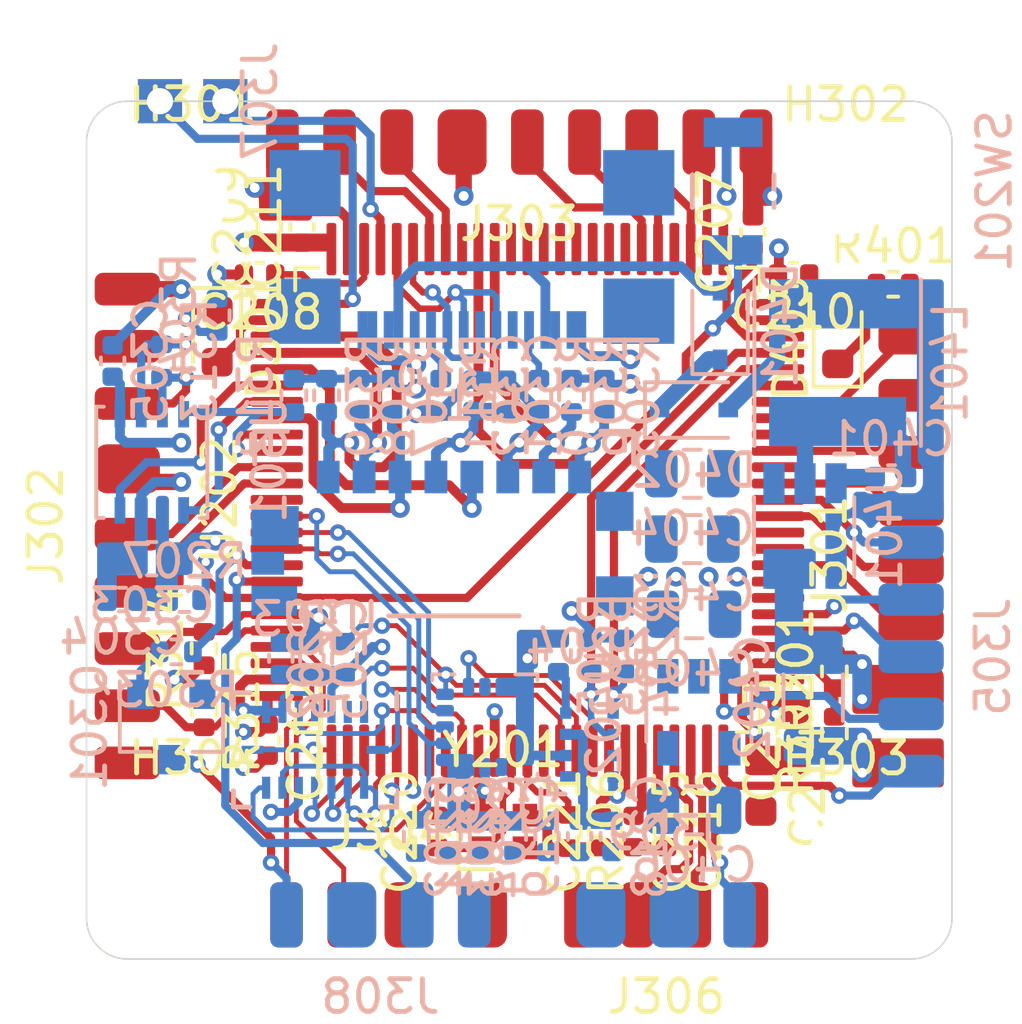
<source format=kicad_pcb>
(kicad_pcb (version 20221018) (generator pcbnew)
  (layers (0 "F.Cu" signal "L1_Top") (1 "In1.Cu" power "L2_Ground") (2 "In2.Cu" power "L3_Power") (31 "B.Cu" signal "L4_Bottom") (34 "B.Paste" user) (35 "F.Paste" user) (36 "B.SilkS" user "B.Silkscreen") (37 "F.SilkS" user "F.Silkscreen") (38 "B.Mask" user) (39 "F.Mask" user) (44 "Edge.Cuts" user))
  (net 0 "")
  (net 1 "GND")
  (net 2 "VDD")
  (net 3 "Net-(C204-Pad1)")
  (net 4 "OSC_IN")
  (net 5 "Net-(C221-Pad1)")
  (net 6 "+5V")
  (net 7 "Net-(C401-Pad1)")
  (net 8 "Net-(C401-Pad2)")
  (net 9 "LED0")
  (net 10 "Net-(D301-Pad1)")
  (net 11 "VBUS")
  (net 12 "Net-(D402-Pad2)")
  (net 13 "Net-(D403-Pad1)")
  (net 14 "IBAT_ADC")
  (net 15 "M4")
  (net 16 "+BATT")
  (net 17 "M1")
  (net 18 "M3")
  (net 19 "M2")
  (net 20 "I2C2_SCL")
  (net 21 "I2C2_SDA")
  (net 22 "UART3_RX")
  (net 23 "UART3_TX")
  (net 24 "M5")
  (net 25 "M7")
  (net 26 "M6")
  (net 27 "M8")
  (net 28 "ADC_GP")
  (net 29 "PINIO_2")
  (net 30 "UART1_TX")
  (net 31 "UART1_RX")
  (net 32 "BUZZ-")
  (net 33 "LED1")
  (net 34 "PINIO_1")
  (net 35 "SDMMC1_D2")
  (net 36 "SDMMC1_D1")
  (net 37 "SDMMC1_D3")
  (net 38 "SDMMC1_D0")
  (net 39 "SDMMC1_CMD")
  (net 40 "SDMMC1_CK")
  (net 41 "USB_D-")
  (net 42 "USB_D+")
  (net 43 "Net-(Q301-Pad1)")
  (net 44 "ICM_SCK")
  (net 45 "ICM_CS")
  (net 46 "I2C1_SDA")
  (net 47 "I2C1_SCL")
  (net 48 "Net-(R205-Pad1)")
  (net 49 "OSC_OUT")
  (net 50 "BOOT0")
  (net 51 "VBAT_ADC")
  (net 52 "BUZZER")
  (net 53 "CAN1_SILENT")
  (net 54 "BMI_INT1_GY")
  (net 55 "BMI_INT1_AC")
  (net 56 "BMI_MISO")
  (net 57 "BMI_SCK")
  (net 58 "BMI_INT2_GY")
  (net 59 "BMI_INT2_AC")
  (net 60 "BMI_MOSI")
  (net 61 "CAN1_RX")
  (net 62 "CAN1_TX")
  (net 63 "BMI_CS_GY")
  (net 64 "ICM_INT")
  (net 65 "BMI_CS_AC")
  (net 66 "ICM_MISO")
  (net 67 "ICM_MOSI")
  (net 68 "Net-(U203-Pad2)")
  (net 69 "Net-(U204-Pad2)")
  (net 70 "Net-(U402-Pad4)")
  (net 71 "UART8_RX")
  (net 72 "UART2_RX")
  (net 73 "UART2_TX")
  (net 74 "UART8_TX")
  (net 75 "VCAP1")
  (net 76 "VCAP2")
  (net 77 "UART7_RX")
  (net 78 "UART3_RTS")
  (net 79 "UART3_CTS")
  (net 80 "UART7_TX")
  (net 81 "SWCLK")
  (net 82 "SWDIO")
  (net 83 "Net-(U201-Pad7)")
  (net 84 "Net-(U202-Pad67)")
  (net 85 "Net-(U202-Pad64)")
  (net 86 "Net-(U202-Pad62)")
  (net 87 "Net-(U202-Pad60)")
  (net 88 "Net-(U202-Pad58)")
  (net 89 "Net-(U202-Pad57)")
  (net 90 "Net-(U202-Pad54)")
  (net 91 "Net-(U202-Pad51)")
  (net 92 "Net-(U202-Pad42)")
  (net 93 "Net-(U202-Pad40)")
  (net 94 "Net-(U202-Pad36)")
  (net 95 "Net-(U202-Pad33)")
  (net 96 "Net-(U202-Pad32)")
  (net 97 "Net-(U202-Pad18)")
  (net 98 "Net-(U202-Pad14)")
  (net 99 "Net-(U202-Pad35)")
  (net 100 "Net-(J310-Pad9)")
  (net 101 "Net-(J311-PadS1)")
  (net 102 "Net-(J311-PadB5)")
  (net 103 "Net-(J311-PadA8)")
  (net 104 "Net-(J311-PadB8)")
  (net 105 "Net-(J311-PadA5)")
  (net 106 "Net-(U202-Pad61)")
  (net 107 "Net-(U202-Pad88)")
  (net 108 "Net-(U202-Pad85)")
  (net 109 "CAN1+")
  (net 110 "CAN1-")
  (net 111 "Net-(U202-Pad63)")
  (net 112 "Net-(U202-Pad59)")
  (net 113 "Net-(U202-Pad45)")
  (footprint "Capacitor_SMD:C_0402_1005Metric" (layer "F.Cu") (at 162.05 67.3 180)
    (fp_text reference "C208")
    (fp_text value "2.2uF")
  )
  (footprint "Capacitor_SMD:C_0603_1608Metric" (layer "F.Cu") (at 177.4 82.95 -90)
    (fp_text reference "C214")
    (fp_text value "4.7uF")
  )
  (footprint "Capacitor_SMD:C_0402_1005Metric" (layer "F.Cu") (at 173.5 84.35 -90)
    (fp_text reference "C215")
    (fp_text value "1uF")
  )
  (footprint "Capacitor_SMD:C_0402_1005Metric" (layer "F.Cu") (at 174.5 84.35 -90)
    (fp_text reference "C216")
    (fp_text value "100nF")
  )
  (footprint "MintFoorprints:SideSolderpads_9x1_2x1mm_P1.75mm" (layer "F.Cu") (at 170 63.25 180)
    (fp_text reference "J303")
    (fp_text value "UART+CAN")
  )
  (footprint "MountingHole:MountingHole_2.2mm_M2_ISO14580" (layer "F.Cu") (at 160 65)
    (fp_text reference "H301")
    (fp_text value "MountingHole")
  )
  (footprint "MountingHole:MountingHole_2.2mm_M2_ISO14580" (layer "F.Cu") (at 180 85)
    (fp_text reference "H303")
    (fp_text value "MountingHole")
  )
  (footprint "MountingHole:MountingHole_2.2mm_M2_ISO14580" (layer "F.Cu") (at 160 85)
    (fp_text reference "H304")
    (fp_text value "MountingHole")
  )
  (footprint "MintFoorprints:SideSolderpads_9x1_2x1mm_P1.75mm" (layer "F.Cu") (at 158 75 90)
    (fp_text reference "J302")
    (fp_text value "GPS+RX")
  )
  (footprint "MintFoorprints:CustomSolderpads_8x1_2x1mm_P1.75mm" (layer "F.Cu") (at 182 75.875 90)
    (fp_text reference "J301")
    (fp_text value "ESC")
  )
  (footprint "MountingHole:MountingHole_2.2mm_M2_ISO14580" (layer "F.Cu") (at 180 65)
    (fp_text reference "H302")
    (fp_text value "MountingHole")
  )
  (footprint "Resistor_SMD:R_0402_1005Metric" (layer "F.Cu") (at 171.5 84.35 -90)
    (fp_text reference "R206")
    (fp_text value "Rext")
  )
  (footprint "Capacitor_SMD:C_0402_1005Metric" (layer "F.Cu") (at 172.5 84.35 90)
    (fp_text reference "C221")
    (fp_text value "8pF")
  )
  (footprint "Capacitor_SMD:C_0402_1005Metric" (layer "F.Cu") (at 167.5 84.35 90)
    (fp_text reference "C220")
    (fp_text value "8pF")
  )
  (footprint "MintFoorprints:Crystal_Murata_XRCGB_F_P_HCR2016" (layer "F.Cu") (at 169.5 84.35)
    (fp_text reference "Y201")
    (fp_text value "XRCGB16M000FXN01R0")
  )
  (footprint "MintFoorprints:CustomSolderpads_4x1_2x1mm_P1.75mm" (layer "F.Cu") (at 166 86.9)
    (fp_text reference "J304")
    (fp_text value "D-VTX")
  )
  (footprint "MintFoorprints:Solderpads_4x1_2x1mm_P1.75mm" (layer "F.Cu") (at 174.5 86.9 180)
    (fp_text reference "J306")
    (fp_text value "GPIO")
  )
  (footprint "Capacitor_SMD:C_0402_1005Metric" (layer "F.Cu") (at 162.35 65.85 90)
    (fp_text reference "C209")
    (fp_text value "100nF")
  )
  (footprint "Capacitor_SMD:C_0402_1005Metric" (layer "F.Cu") (at 163.35 65.85 90)
    (fp_text reference "C211")
    (fp_text value "100nF")
  )
  (footprint "Package_QFP:LQFP-100_14x14mm_P0.5mm" (layer "F.Cu") (at 170.25 74.2 90)
    (fp_text reference "U202")
    (fp_text value "STM32H743VITx")
  )
  (footprint "Capacitor_SMD:C_0402_1005Metric" (layer "F.Cu") (at 162.3 81.55 -90)
    (fp_text reference "C212")
    (fp_text value "100nF")
  )
  (footprint "Capacitor_SMD:C_0402_1005Metric" (layer "F.Cu") (at 178.4 67.3 180)
    (fp_text reference "C210")
    (fp_text value "100nF")
  )
  (footprint "LED_SMD:LED_0603_1608Metric" (layer "F.Cu") (at 160.75 69.2 -90)
    (fp_text reference "D301")
    (fp_text value "LED0_GREEN")
  )
  (footprint "LED_SMD:LED_0603_1608Metric" (layer "F.Cu") (at 179.75 69.25 90)
    (fp_text reference "D403")
    (fp_text value "POWER_ORANGE")
  )
  (footprint "Capacitor_SMD:C_0402_1005Metric" (layer "F.Cu") (at 177.15 66 90)
    (fp_text reference "C207")
    (fp_text value "2.2uF")
  )
  (footprint "Resistor_SMD:R_0402_1005Metric" (layer "F.Cu") (at 181.45 67.6)
    (fp_text reference "R401")
    (fp_text value "1.5kΩ")
  )
  (footprint "Resistor_SMD:R_0402_1005Metric" (layer "F.Cu") (at 160.35 80.65 -90)
    (fp_text reference "R315")
    (fp_text value "10kΩ")
  )
  (footprint "Resistor_SMD:R_0402_1005Metric" (layer "F.Cu") (at 160.35 78.75 90)
    (fp_text reference "R314")
    (fp_text value "10kΩ")
  )
  (footprint "Capacitor_SMD:C_0402_1005Metric" (layer "F.Cu") (at 178.6 81.55 90)
    (fp_text reference "C213")
    (fp_text value "100nF")
  )
  (footprint "Resistor_SMD:R_0402_1005Metric" (layer "F.Cu") (at 179.65 81.35 90)
    (fp_text reference "R302")
    (fp_text value "1.5kΩ")
  )
  (footprint "Resistor_SMD:R_0402_1005Metric" (layer "F.Cu") (at 179.65 79.45 90)
    (fp_text reference "R301")
    (fp_text value "10kΩ")
  )
  (footprint "MintFoorprints:Solderpads_5x1_2x1mm_P1.75mm" (layer "B.Cu") (at 182 79 90)
    (fp_text reference "J305")
    (fp_text value "ESC2")
  )
  (footprint "MintFoorprints:USB-C_GF-USB4110" (layer "B.Cu") (at 168.55 69)
    (fp_text reference "J311")
    (fp_text value "USB")
  )
  (footprint "MintFoorprints:TactileSwitch_B3U-1000P_SPST_NO" (layer "B.Cu") (at 176.55 64.75 90)
    (fp_text reference "SW201")
    (fp_text value "BOOT0")
  )
  (footprint "MintFoorprints:L_Taiyo-Yuden_NR-50xx" (layer "B.Cu") (at 179.75 70 90)
    (fp_text reference "L401")
    (fp_text value "4.7uH")
  )
  (footprint "Diode_SMD:D_SOD-323" (layer "B.Cu") (at 175.35 71.45)
    (fp_text reference "D402")
    (fp_text value "BAT 60A E6327")
  )
  (footprint "Package_TO_SOT_SMD:TSOT-23-6" (layer "B.Cu") (at 178.75 75 90)
    (fp_text reference "U401")
    (fp_text value "AP63205WU")
  )
  (footprint "Capacitor_SMD:C_0402_1005Metric" (layer "B.Cu") (at 181.4 73.5 180)
    (fp_text reference "C401")
    (fp_text value "100nF")
  )
  (footprint "Capacitor_SMD:C_0805_2012Metric" (layer "B.Cu") (at 175.3 75.4)
    (fp_text reference "C403")
    (fp_text value "22uF")
  )
  (footprint "Capacitor_SMD:C_0805_2012Metric" (layer "B.Cu") (at 175.3 73.4)
    (fp_text reference "C404")
    (fp_text value "22uF")
  )
  (footprint "MintFoorprints:CustomSolderpads_3x1_2x1mm_P1.75mm" (layer "B.Cu") (at 174.5 86.9 180)
    (fp_text reference "J309")
    (fp_text value "HD-CAM")
  )
  (footprint "Capacitor_SMD:C_0402_1005Metric" (layer "B.Cu") (at 157.55 69.95 90)
    (fp_text reference "C305")
    (fp_text value "100nF")
  )
  (footprint "MintFoorprints:TCAN1051GVDRBRQ1" (layer "B.Cu") (at 158.75 73.05 90)
    (fp_text reference "U301")
    (fp_text value "TCAN1051GVDRBRQ1")
  )
  (footprint "Package_TO_SOT_SMD:SOT-23" (layer "B.Cu") (at 159.35 81.15 -90)
    (fp_text reference "Q301")
    (fp_text value "BSS138")
  )
  (footprint "Resistor_SMD:R_0402_1005Metric" (layer "B.Cu") (at 159.5 78.85)
    (fp_text reference "R303")
    (fp_text value "1kΩ")
  )
  (footprint "MintFoorprints:CustomPinHeader_1x02_P2.00mm_Vertical" (layer "B.Cu") (at 160 62 90)
    (fp_text reference "J307")
    (fp_text value "SWD")
  )
  (footprint "Resistor_SMD:R_0402_1005Metric" (layer "B.Cu") (at 164.65 79.05 -90)
    (fp_text reference "R202")
    (fp_text value "10kΩ")
  )
  (footprint "Capacitor_SMD:C_0603_1608Metric" (layer "B.Cu") (at 158.75 76)
    (fp_text reference "C303")
    (fp_text value "4.7uF")
  )
  (footprint "Capacitor_SMD:C_0402_1005Metric" (layer "B.Cu") (at 170.85 84.5 -90)
    (fp_text reference "C204")
    (fp_text value "100nF")
  )
  (footprint "Capacitor_SMD:C_0402_1005Metric" (layer "B.Cu") (at 169.85 84.5 -90)
    (fp_text reference "C201")
    (fp_text value "100nF")
  )
  (footprint "Capacitor_SMD:C_0402_1005Metric" (layer "B.Cu") (at 167.85 84.5 90)
    (fp_text reference "C203")
    (fp_text value "100nF")
  )
  (footprint "Capacitor_SMD:C_0402_1005Metric" (layer "B.Cu") (at 162.7 79.05 90)
    (fp_text reference "C206")
    (fp_text value "100nF")
  )
  (footprint "Capacitor_SMD:C_0402_1005Metric" (layer "B.Cu") (at 168.85 84.5 -90)
    (fp_text reference "C202")
    (fp_text value "2.2uF")
  )
  (footprint "Capacitor_SMD:C_0402_1005Metric" (layer "B.Cu") (at 163.65 79.05 90)
    (fp_text reference "C205")
    (fp_text value "100nF")
  )
  (footprint "MintFoorprints:DPS310_PG-VLGA-8-1" (layer "B.Cu") (at 172.15 81.7 180)
    (fp_text reference "U204")
    (fp_text value "DPS310XTSA1")
  )
  (footprint "MintFoorprints:BMI088_LGA16_4.5x3mm_P0.5mm" (layer "B.Cu") (at 163.75 81.85 180)
    (fp_text reference "U203")
    (fp_text value "BMI088")
  )
  (footprint "Capacitor_SMD:C_0402_1005Metric" (layer "B.Cu") (at 171.85 84.5 -90)
    (fp_text reference "C219")
    (fp_text value "100nF")
  )
  (footprint "Capacitor_SMD:C_0402_1005Metric" (layer "B.Cu") (at 172.85 84.5 90)
    (fp_text reference "C218")
    (fp_text value "100nF")
  )
  (footprint "MintFoorprints:MicroSD_Molex_475710001" (layer "B.Cu") (at 168 73.5 180)
    (fp_text reference "J310")
    (fp_text value "Micro_SD_Card")
  )
  (footprint "Resistor_SMD:R_0402_1005Metric" (layer "B.Cu") (at 173.2 78.95 90)
    (fp_text reference "R204")
    (fp_text value "10kΩ")
  )
  (footprint "Resistor_SMD:R_0402_1005Metric" (layer "B.Cu") (at 171.2 78.95 90)
    (fp_text reference "R205")
    (fp_text value "100kΩ")
  )
  (footprint "Resistor_SMD:R_0402_1005Metric" (layer "B.Cu") (at 166.85 84.5 90)
    (fp_text reference "R201")
    (fp_text value "10kΩ")
  )
  (footprint "Resistor_SMD:R_0402_1005Metric" (layer "B.Cu") (at 172.2 78.95 90)
    (fp_text reference "R203")
    (fp_text value "10kΩ")
  )
  (footprint "Package_LGA:LGA-16_3x3mm_P0.5mm_LayoutBorder3x5y" (layer "B.Cu") (at 168.95 81.15)
    (fp_text reference "U201")
    (fp_text value "ICM-20602")
  )
  (footprint "Resistor_SMD:R_0402_1005Metric" (layer "B.Cu") (at 167.6 71 90)
    (fp_text reference "R311")
    (fp_text value "5.1kΩ")
  )
  (footprint "Resistor_SMD:R_0402_1005Metric" (layer "B.Cu") (at 164.1 71 90)
    (fp_text reference "R309")
    (fp_text value "100kΩ")
  )
  (footprint "Resistor_SMD:R_0402_1005Metric" (layer "B.Cu") (at 165.1 71 90)
    (fp_text reference "R308")
    (fp_text value "100kΩ")
  )
  (footprint "Resistor_SMD:R_0402_1005Metric" (layer "B.Cu") (at 166.1 71 90)
    (fp_text reference "R307")
    (fp_text value "100kΩ")
  )
  (footprint "Resistor_SMD:R_0402_1005Metric" (layer "B.Cu") (at 170.6 71 90)
    (fp_text reference "R310")
    (fp_text value "5.1kΩ")
  )
  (footprint "Resistor_SMD:R_0402_1005Metric" (layer "B.Cu") (at 163.1 71 -90)
    (fp_text reference "R312")
    (fp_text value "10kΩ")
  )
  (footprint "Resistor_SMD:R_0402_1005Metric" (layer "B.Cu") (at 171.6 71 90)
    (fp_text reference "R306")
    (fp_text value "100kΩ")
  )
  (footprint "Resistor_SMD:R_0402_1005Metric" (layer "B.Cu") (at 172.6 71 90)
    (fp_text reference "R305")
    (fp_text value "100kΩ")
  )
  (footprint "Capacitor_SMD:C_0402_1005Metric" (layer "B.Cu") (at 168.6 71 90)
    (fp_text reference "C302")
    (fp_text value "2.2uF")
  )
  (footprint "Capacitor_SMD:C_0402_1005Metric" (layer "B.Cu") (at 169.6 71 90)
    (fp_text reference "C301")
    (fp_text value "100nF")
  )
  (footprint "Resistor_SMD:R_0402_1005Metric" (layer "B.Cu") (at 159.05 69.95 90)
    (fp_text reference "R313")
    (fp_text value "120 Ω")
  )
  (footprint "MintFoorprints:SideSolderpads_4x1_2x1mm_P1.75mm" (layer "B.Cu") (at 165.75 86.9)
    (fp_text reference "J308")
    (fp_text value "BUZZ")
  )
  (footprint "Diode_SMD:D_SOD-323" (layer "B.Cu") (at 176.15 68.85 90)
    (fp_text reference "D401")
    (fp_text value "BAT 60A E6327")
  )
  (footprint "Resistor_SMD:R_0402_1005Metric" (layer "B.Cu") (at 160.75 68.55 -90)
    (fp_text reference "R304")
    (fp_text value "1.5kΩ")
  )
  (footprint "Capacitor_SMD:C_1206_3216Metric" (layer "B.Cu") (at 179 80.25 -90)
    (fp_text reference "C402")
    (fp_text value "10uF")
  )
  (footprint "Resistor_SMD:R_0402_1005Metric" (layer "B.Cu") (at 159.75 77.25 180)
    (fp_text reference "R207")
    (fp_text value "10kΩ")
  )
  (footprint "Capacitor_SMD:C_0402_1005Metric" (layer "B.Cu") (at 157.85 77.25)
    (fp_text reference "C304")
    (fp_text value "100nF")
  )
  (footprint "Package_TO_SOT_SMD:SOT-23-5" (layer "B.Cu") (at 175.5 80.7 -90)
    (fp_text reference "U402")
    (fp_text value "XC6220B331MR")
  )
  (footprint "Capacitor_SMD:C_0805_2012Metric" (layer "B.Cu") (at 175.35 77.7)
    (fp_text reference "C405")
    (fp_text value "10uF")
  )
  (footprint "Capacitor_SMD:C_0805_2012Metric" (layer "B.Cu") (at 175.35 83.7)
    (fp_text reference "C406")
    (fp_text value "10uF")
  )
  (gr_line (start 158 62) (end 182 62) (stroke (width 0.05)) (layer "Edge.Cuts"))
  (gr_arc (start 158 88.25) (mid 157.116117 87.883883) (end 156.75 87) (stroke (width 0.05)) (layer "Edge.Cuts"))
  (gr_arc (start 183.25 87) (mid 182.883883 87.883883) (end 182 88.25) (stroke (width 0.05)) (layer "Edge.Cuts"))
  (gr_arc (start 156.75 63.25) (mid 157.116117 62.366117) (end 158 62) (stroke (width 0.05)) (layer "Edge.Cuts"))
  (gr_line (start 156.75 87) (end 156.75 63.25) (stroke (width 0.05)) (layer "Edge.Cuts"))
  (gr_line (start 182 88.25) (end 158 88.25) (stroke (width 0.05)) (layer "Edge.Cuts"))
  (gr_line (start 183.25 63.25) (end 183.25 87) (stroke (width 0.05)) (layer "Edge.Cuts"))
  (gr_arc (start 182 62) (mid 182.883883 62.366117) (end 183.25 63.25) (stroke (width 0.05)) (layer "Edge.Cuts"))
  (segment (start 161.55 82.4) (end 161.93 82.4) (width 0.3) (layer "F.Cu") (net 1))
  (segment (start 177.95 66.5) (end 177.95 67.27) (width 0.3) (layer "F.Cu") (net 1))
  (segment (start 172.7 83.25) (end 173 83.25) (width 0.3) (layer "F.Cu") (net 1))
  (segment (start 176.8 67.95) (end 177.45 67.3) (width 0.25) (layer "F.Cu") (net 1))
  (segment (start 174.5 84.83) (end 173.5 84.83) (width 0.3) (layer "F.Cu") (net 1))
  (segment (start 177.05 68.7) (end 176.8 68.45) (width 0.25) (layer "F.Cu") (net 1))
  (segment (start 161.45 80.55) (end 161.55 80.65) (width 0.3) (layer "F.Cu") (net 1))
  (segment (start 173.25 83) (end 173 83.25) (width 0.3) (layer "F.Cu") (net 1))
  (segment (start 177.95 67.27) (end 177.92 67.3) (width 0.3) (layer "F.Cu") (net 1))
  (segment (start 164.75 65.6) (end 164.52 65.37) (width 0.3) (layer "F.Cu") (net 1))
  (segment (start 168.825 83.225) (end 168.95 83.1) (width 0.3) (layer "F.Cu") (net 1))
  (segment (start 164.52 65.37) (end 163.35 65.37) (width 0.3) (layer "F.Cu") (net 1))
  (segment (start 177.925 68.7) (end 177.05 68.7) (width 0.25) (layer "F.Cu") (net 1))
  (segment (start 176.8 68.45) (end 176.8 67.95) (width 0.25) (layer "F.Cu") (net 1))
  (segment (start 161.45 79.9) (end 161.45 80.55) (width 0.3) (layer "F.Cu") (net 1))
  (segment (start 177.45 67.3) (end 177.92 67.3) (width 0.25) (layer "F.Cu") (net 1))
  (segment (start 160.75 67.3) (end 161.57 67.3) (width 0.3) (layer "F.Cu") (net 1))
  (segment (start 168.75 82.9) (end 168.95 83.1) (width 0.3) (layer "F.Cu") (net 1))
  (segment (start 168.75 81.875) (end 168.75 82.9) (width 0.3) (layer "F.Cu") (net 1))
  (segment (start 159.65 67.75) (end 158 67.75) (width 0.5) (layer "F.Cu") (net 1))
  (segment (start 173.25 81.875) (end 173.25 83) (width 0.3) (layer "F.Cu") (net 1))
  (segment (start 168.825 83.85) (end 168.825 83.225) (width 0.3) (layer "F.Cu") (net 1))
  (segment (start 161.93 82.4) (end 162.3 82.03) (width 0.3) (layer "F.Cu") (net 1))
  (segment (start 162.575 79.7) (end 161.65 79.7) (width 0.3) (layer "F.Cu") (net 1))
  (segment (start 172.5 83.45) (end 172.7 83.25) (width 0.3) (layer "F.Cu") (net 1))
  (segment (start 162.7 63.2) (end 162.75 63.25) (width 0.25) (layer "F.Cu") (net 1))
  (segment (start 172.5 83.87) (end 172.5 83.45) (width 0.3) (layer "F.Cu") (net 1))
  (segment (start 164.75 66.525) (end 164.75 65.6) (width 0.3) (layer "F.Cu") (net 1))
  (segment (start 167.5 83.87) (end 168.805 83.87) (width 0.3) (layer "F.Cu") (net 1))
  (segment (start 161.65 79.7) (end 161.45 79.9) (width 0.3) (layer "F.Cu") (net 1))
  (via (at 166.85 71.55) (size 0.6) (drill 0.3) (layers "F.Cu" "B.Cu") (net 1))
  (via (at 170 72.45) (size 0.6) (drill 0.3) (layers "F.Cu" "B.Cu") (net 1))
  (via (at 168.95 83.1) (size 0.5) (drill 0.25) (layers "F.Cu" "B.Cu") (net 1))
  (via (at 160.7 75.45) (size 0.6) (drill 0.3) (layers "F.Cu" "B.Cu") (net 1))
  (via (at 161.55 80.65) (size 0.5) (drill 0.25) (layers "F.Cu" "B.Cu") (net 1))
  (via (at 159.65 67.75) (size 0.6) (drill 0.3) (layers "F.Cu" "B.Cu") (net 1))
  (via (at 161.9 64.65) (size 0.6) (drill 0.3) (layers "F.Cu" "B.Cu") (net 1))
  (via (at 180.5 81.475) (size 0.6) (drill 0.3) (layers "F.Cu" "B.Cu") (net 1))
  (via (at 180.5 82.55) (size 0.6) (drill 0.3) (layers "F.Cu" "B.Cu") (net 1))
  (via (at 170.25 79.05) (size 0.6) (drill 0.3) (layers "F.Cu" "B.Cu") (net 1))
  (via (at 163.85 77.8) (size 0.6) (drill 0.3) (layers "F.Cu" "B.Cu") (net 1))
  (via (at 176.675 76.55) (size 0.6) (drill 0.3) (layers "F.Cu" "B.Cu") (net 1))
  (via (at 177.85 80.75) (size 0.5) (drill 0.25) (layers "F.Cu" "B.Cu") (net 1))
  (via (at 161.55 82.4) (size 0.5) (drill 0.25) (layers "F.Cu" "B.Cu") (net 1))
  (via (at 166.85 70.05) (size 0.6) (drill 0.3) (layers "F.Cu" "B.Cu") (net 1))
  (via (at 177.95 66.5) (size 0.6) (drill 0.3) (layers "F.Cu" "B.Cu") (net 1))
  (via (at 173.4 69.9) (size 0.6) (drill 0.3) (layers "F.Cu" "B.Cu") (net 1))
  (via (at 160.75 67.3) (size 0.6) (drill 0.3) (layers "F.Cu" "B.Cu") (net 1))
  (via (at 177.75 64.9) (size 0.6) (drill 0.3) (layers "F.Cu" "B.Cu") (net 1))
  (via (at 173 83.25) (size 0.5) (drill 0.25) (layers "F.Cu" "B.Cu") (net 1))
  (via (at 175.8 76.55) (size 0.6) (drill 0.3) (layers "F.Cu" "B.Cu") (net 1))
  (segment (start 172.875 83.125) (end 173 83.25) (width 0.3) (layer "B.Cu") (net 1))
  (segment (start 168.95 82.375) (end 168.95 83.1) (width 0.3) (layer "B.Cu") (net 1))
  (segment (start 163.65 78) (end 163.85 77.8) (width 0.5) (layer "B.Cu") (net 1))
  (segment (start 161.55 80.65) (end 162.21 80.65) (width 0.3) (layer "B.Cu") (net 1))
  (segment (start 162.75 80.25) (end 162.75 80.69) (width 0.15) (layer "B.Cu") (net 1))
  (segment (start 169.6 70.52) (end 169.645 70.52) (width 0.3) (layer "B.Cu") (net 1))
  (segment (start 171.9 69.6) (end 172.1 69.8) (width 0.3) (layer "B.Cu") (net 1))
  (segment (start 162.75 80.69) (end 162.25 80.69) (width 0.25) (layer "B.Cu") (net 1))
  (segment (start 168.555 70.52) (end 168.6 70.52) (width 0.3) (layer "B.Cu") (net 1))
  (segment (start 163.65 78.57) (end 163.65 78) (width 0.5) (layer "B.Cu") (net 1))
  (segment (start 169.645 70.52) (end 170.6 71.475) (width 0.3) (layer "B.Cu") (net 1))
  (segment (start 160.075 75.45) (end 160.7 75.45) (width 0.5) (layer "B.Cu") (net 1))
  (segment (start 169.65 73.5) (end 169.65 72.8) (width 0.3) (layer "B.Cu") (net 1))
  (segment (start 159.65 67.75) (end 159.27 67.75) (width 0.3) (layer "B.Cu") (net 1))
  (segment (start 162.7 78.57) (end 163.65 78.57) (width 0.5) (layer "B.Cu") (net 1))
  (segment (start 160.75 68.04) (end 160.75 67.3) (width 0.3) (layer "B.Cu") (net 1))
  (segment (start 159.27 67.75) (end 157.55 69.47) (width 0.3) (layer "B.Cu") (net 1))
  (segment (start 167.6 71.51) (end 167.6 71.475) (width 0.3) (layer "B.Cu") (net 1))
  (segment (start 163.75 80.69) (end 163.75 80.25) (width 0.15) (layer "B.Cu") (net 1))
  (segment (start 170.6 71.85) (end 170 72.45) (width 0.3) (layer "B.Cu") (net 1))
  (segment (start 167.6 71.475) (end 168.555 70.52) (width 0.3) (layer "B.Cu") (net 1))
  (segment (start 170.3 82.025) (end 170.175 82.15) (width 0.3) (layer "B.Cu") (net 1))
  (segment (start 171.9 69) (end 171.9 69.6) (width 0.3) (layer "B.Cu") (net 1))
  (segment (start 163.75 80.25) (end 163.625 80.125) (width 0.15) (layer "B.Cu") (net 1))
  (segment (start 172.875 82.675) (end 172.875 83.125) (width 0.3) (layer "B.Cu") (net 1))
  (segment (start 165.725 69.925) (end 166.725 69.925) (width 0.3) (layer "B.Cu") (net 1))
  (segment (start 165.5 69) (end 165.5 69.7) (width 0.3) (layer "B.Cu") (net 1))
  (segment (start 166.85 71.55) (end 167.56 71.55) (width 0.5) (layer "B.Cu") (net 1))
  (segment (start 166.725 69.925) (end 166.85 70.05) (width 0.3) (layer "B.Cu") (net 1))
  (segment (start 171.425 82.025) (end 170.3 82.025) (width 0.3) (layer "B.Cu") (net 1))
  (segment (start 172.1 69.8) (end 173.3 69.8) (width 0.3) (layer "B.Cu") (net 1))
  (segment (start 170.6 71.51) (end 170.6 71.85) (width 0.3) (layer "B.Cu") (net 1))
  (segment (start 173.3 69.8) (end 173.4 69.9) (width 0.3) (layer "B.Cu") (net 1))
  (segment (start 169.65 72.8) (end 170 72.45) (width 0.3) (layer "B.Cu") (net 1))
  (segment (start 163.625 80.125) (end 162.875 80.125) (width 0.15) (layer "B.Cu") (net 1))
  (segment (start 167.56 71.55) (end 167.6 71.51) (width 0.5) (layer "B.Cu") (net 1))
  (segment (start 167.59 71.5) (end 167.6 71.51) (width 0.5) (layer "B.Cu") (net 1))
  (segment (start 159.525 76) (end 160.075 75.45) (width 0.5) (layer "B.Cu") (net 1))
  (segment (start 168.6 70.52) (end 169.6 70.52) (width 0.5) (layer "B.Cu") (net 1))
  (segment (start 162.875 80.125) (end 162.75 80.25) (width 0.15) (layer "B.Cu") (net 1))
  (segment (start 165.5 69.7) (end 165.725 69.925) (width 0.3) (layer "B.Cu") (net 1))
  (segment (start 162.3 81.07) (end 162.3 80.25) (width 0.3) (layer "F.Cu") (net 2))
  (segment (start 169.25 81.875) (end 169.25 80.675) (width 0.3) (layer "F.Cu") (net 2))
  (segment (start 160.35 80.14) (end 159.91 79.7) (width 0.25) (layer "F.Cu") (net 2))
  (segment (start 177.925 79.7) (end 177 79.7) (width 0.3) (layer "F.Cu") (net 2))
  (segment (start 174.25 81.875) (end 174.25 83.62) (width 0.3) (layer "F.Cu") (net 2))
  (segment (start 173.75 81.875) (end 173.75 83.62) (width 0.3) (layer "F.Cu") (net 2))
  (segment (start 176.825 80.925) (end 177.2 81.3) (width 0.3) (layer "F.Cu") (net 2))
  (segment (start 176.825 79.875) (end 176.825 80.925) (width 0.3) (layer "F.Cu") (net 2))
  (segment (start 159.45 79.7) (end 159.91 79.7) (width 0.25) (layer "F.Cu") (net 2))
  (segment (start 174.25 83.62) (end 174.5 83.87) (width 0.3) (layer "F.Cu") (net 2))
  (segment (start 159.91 79.7) (end 160.35 79.26) (width 0.25) (layer "F.Cu") (net 2))
  (segment (start 166.75 81.875) (end 166.75 83.1) (width 0.3) (layer "F.Cu") (net 2))
  (segment (start 162.07 81.3) (end 162.3 81.07) (width 0.3) (layer "F.Cu") (net 2))
  (segment (start 162.345 66.325) (end 162.35 66.33) (width 0.3) (layer "F.Cu") (net 2))
  (segment (start 177 79.7) (end 176.825 79.875) (width 0.3) (layer "F.Cu") (net 2))
  (segment (start 161.55 81.3) (end 162.07 81.3) (width 0.3) (layer "F.Cu") (net 2))
  (segment (start 173.75 83.62) (end 173.5 83.87) (width 0.3) (layer "F.Cu") (net 2))
  (via (at 173.4 70.65) (size 0.6) (drill 0.3) (layers "F.Cu" "B.Cu") (net 2))
  (via (at 166.85 70.8) (size 0.6) (drill 0.3) (layers "F.Cu" "B.Cu") (net 2))
  (via (at 162.4 83.75) (size 0.5) (drill 0.25) (layers "F.Cu" "B.Cu") (net 2))
  (via (at 159.45 79.7) (size 0.6) (drill 0.3) (layers "F.Cu" "B.Cu") (net 2))
  (via (at 165.8 78.7) (size 0.5) (drill 0.25) (layers "F.Cu" "B.Cu") (net 2))
  (via (at 177.2 81.3) (size 0.5) (drill 0.25) (layers "F.Cu" "B.Cu") (net 2))
  (via (at 176.35 64.9) (size 0.6) (drill 0.3) (layers "F.Cu" "B.Cu") (net 2))
  (via (at 171.6 77.6) (size 0.6) (drill 0.3) (layers "F.Cu" "B.Cu") (net 2))
  (via (at 169.25 80.675) (size 0.5) (drill 0.25) (layers "F.Cu" "B.Cu") (net 2))
  (via (at 161.55 81.3) (size 0.5) (drill 0.25) (layers "F.Cu" "B.Cu") (net 2))
  (via (at 161.575 66.325) (size 0.6) (drill 0.3) (layers "F.Cu" "B.Cu") (net 2))
  (via (at 168.15 83.125) (size 0.6) (drill 0.3) (layers "F.Cu" "B.Cu") (net 2))
  (via (at 168.2 72.45) (size 0.6) (drill 0.3) (layers "F.Cu" "B.Cu") (net 2))
  (via (at 166.75 83.1) (size 0.5) (drill 0.25) (layers "F.Cu" "B.Cu") (net 2))
  (via (at 159.65 72.45) (size 0.6) (drill 0.3) (layers "F.Cu" "B.Cu") (net 2))
  (segment (start 172.33 84.02) (end 172.85 84.02) (width 0.5) (layer "B.Cu") (net 2))
  (segment (start 171.95 83.92) (end 171.85 84.02) (width 0.3) (layer "B.Cu") (net 2))
  (segment (start 176.35 63.15) (end 176.55 62.95) (width 0.3) (layer "B.Cu") (net 2))
  (segment (start 163.65 79.53) (end 164.62 79.53) (width 0.5) (layer "B.Cu") (net 2))
  (segment (start 173.4 70.65) (end 172.76 70.65) (width 0.25) (layer "B.Cu") (net 2))
  (segment (start 172.2 78.44) (end 173.2 78.44) (width 0.25) (layer "B.Cu") (net 2))
  (segment (start 166.85 70.8) (end 166.41 70.8) (width 0.25) (layer "B.Cu") (net 2))
  (segment (start 157.775001 70.655001) (end 157.55 70.43) (width 0.3) (layer "B.Cu") (net 2))
  (segment (start 172.2 78.2) (end 171.6 77.6) (width 0.25) (layer "B.Cu") (net 2))
  (segment (start 171.925 82.675) (end 171.95 82.7) (width 0.3) (layer "B.Cu") (net 2))
  (segment (start 163.25 83.45) (end 162.95 83.75) (width 0.25) (layer "B.Cu") (net 2))
  (segment (start 168.6 71.48) (end 169.6 71.48) (width 0.5) (layer "B.Cu") (net 2))
  (segment (start 167.45 72.75) (end 167.75 72.45) (width 0.3) (layer "B.Cu") (net 2))
  (segment (start 176.35 64.9) (end 176.35 63.15) (width 0.3) (layer "B.Cu") (net 2))
  (segment (start 164.25 80.69) (end 164.25 79.96) (width 0.25) (layer "B.Cu") (net 2))
  (segment (start 157.775001 71.5792) (end 157.775001 72.283199) (width 0.3) (layer "B.Cu") (net 2))
  (segment (start 157.775001 72.283199) (end 157.941802 72.45) (width 0.3) (layer "B.Cu") (net 2))
  (segment (start 171.425 81.375) (end 171.875 81.375) (width 0.3) (layer "B.Cu") (net 2))
  (segment (start 163.25 83.01) (end 163.25 83.45) (width 0.25) (layer "B.Cu") (net 2))
  (segment (start 168.6 72.05) (end 168.6 71.48) (width 0.3) (layer "B.Cu") (net 2))
  (segment (start 162.7 79.53) (end 163.65 79.53) (width 0.5) (layer "B.Cu") (net 2))
  (segment (start 157.775001 71.5792) (end 157.775001 70.655001) (width 0.3) (layer "B.Cu") (net 2))
  (segment (start 171.95 81.45) (end 171.95 82.7) (width 0.3) (layer "B.Cu") (net 2))
  (segment (start 166.41 70.8) (end 166.1 70.49) (width 0.25) (layer "B.Cu") (net 2))
  (segment (start 172.76 70.65) (end 172.6 70.49) (width 0.25) (layer "B.Cu") (net 2))
  (segment (start 171.425 82.675) (end 171.925 82.675) (width 0.3) (layer "B.Cu") (net 2))
  (segment (start 165.51 78.7) (end 165.8 78.7) (width 0.3) (layer "B.Cu") (net 2))
  (segment (start 171.95 82.7) (end 171.95 83.92) (width 0.3) (layer "B.Cu") (net 2))
  (segment (start 171.6 70.49) (end 172.6 70.49) (width 0.25) (layer "B.Cu") (net 2))
  (segment (start 172.2 78.44) (end 172.2 78.2) (width 0.25) (layer "B.Cu") (net 2))
  (segment (start 171.85 84.02) (end 172.33 84.02) (width 0.5) (layer "B.Cu") (net 2))
  (segment (start 164.25 79.96) (end 164.65 79.56) (width 0.25) (layer "B.Cu") (net 2))
  (segment (start 167.75 72.45) (end 168.2 72.45) (width 0.3) (layer "B.Cu") (net 2))
  (segment (start 164.65 79.56) (end 165.51 78.7) (width 0.3) (layer "B.Cu") (net 2))
  (segment (start 165.1 70.49) (end 166.1 70.49) (width 0.25) (layer "B.Cu") (net 2))
  (segment (start 164.1 70.49) (end 165.1 70.49) (width 0.25) (layer "B.Cu") (net 2))
  (segment (start 168.2 72.45) (end 168.6 72.05) (width 0.3) (layer "B.Cu") (net 2))
  (segment (start 171.875 81.375) (end 171.95 81.45) (width 0.3) (layer "B.Cu") (net 2))
  (segment (start 162.95 83.75) (end 162.4 83.75) (width 0.25) (layer "B.Cu") (net 2))
  (segment (start 157.941802 72.45) (end 159.55 72.45) (width 0.3) (layer "B.Cu") (net 2))
  (segment (start 163.1 70.49) (end 164.1 70.49) (width 0.25) (layer "B.Cu") (net 2))
  (segment (start 167.45 73.5) (end 167.45 72.75) (width 0.3) (layer "B.Cu") (net 2))
  (segment (start 169.5 83.3) (end 169.75 83.05) (width 0.2) (layer "F.Cu") (net 4))
  (segment (start 169.75 83.05) (end 169.75 81.875) (width 0.2) (layer "F.Cu") (net 4))
  (segment (start 167.5 84.83) (end 168.805 84.83) (width 0.3) (layer "F.Cu") (net 4))
  (segment (start 169 84.85) (end 169.5 84.35) (width 0.2) (layer "F.Cu") (net 4))
  (segment (start 169.5 84.35) (end 169.5 83.3) (width 0.2) (layer "F.Cu") (net 4))
  (segment (start 168.825 84.85) (end 169 84.85) (width 0.2) (layer "F.Cu") (net 4))
  (segment (start 172.47 84.86) (end 172.5 84.83) (width 0.2) (layer "F.Cu") (net 5))
  (segment (start 170.86 83.97) (end 170.86 84.72) (width 0.3) (layer "F.Cu") (net 5))
  (segment (start 172.5 84.83) (end 171.53 84.83) (width 0.3) (layer "F.Cu") (net 5))
  (segment (start 171 84.86) (end 171.5 84.86) (width 0.3) (layer "F.Cu") (net 5))
  (segment (start 170.86 84.72) (end 171 84.86) (width 0.3) (layer "F.Cu") (net 5))
  (segment (start 170.175 83.85) (end 170.74 83.85) (width 0.3) (layer "F.Cu") (net 5))
  (segment (start 170.74 83.85) (end 170.86 83.97) (width 0.3) (layer "F.Cu") (net 5))
  (segment (start 158.4 73.65) (end 158 73.25) (width 0.5) (layer "F.Cu") (net 6))
  (segment (start 159.65 73.65) (end 158.4 73.65) (width 0.5) (layer "F.Cu") (net 6))
  (segment (start 168.3 64.9) (end 168.3 63.3) (width 0.5) (layer "F.Cu") (net 6))
  (via (at 168.3 64.9) (size 0.6) (drill 0.3) (layers "F.Cu" "B.Cu") (net 6))
  (via (at 173.95 76.55) (size 0.6) (drill 0.3) (layers "F.Cu" "B.Cu") (net 6))
  (via (at 174.8 76.55) (size 0.6) (drill 0.3) (layers "F.Cu" "B.Cu") (net 6))
  (via (at 159.65 73.65) (size 0.6) (drill 0.3) (layers "F.Cu" "B.Cu") (net 6))
  (segment (start 176.1 69.9) (end 175.8 69.9) (width 0.5) (layer "B.Cu") (net 6))
  (segment (start 158.825 73.65) (end 158.424999 74.050001) (width 0.3) (layer "B.Cu") (net 6))
  (segment (start 158.424999 74.050001) (end 158.424999 74.5208) (width 0.3) (layer "B.Cu") (net 6))
  (segment (start 159.65 73.65) (end 158.825 73.65) (width 0.3) (layer "B.Cu") (net 6))
  (segment (start 175.8 69.9) (end 174.3 71.4) (width 0.5) (layer "B.Cu") (net 6))
  (segment (start 179.75 71.8) (end 181.1 71.8) (width 0.5) (layer "B.Cu") (net 7))
  (segment (start 181.1 71.8) (end 181.75 72.45) (width 0.5) (layer "B.Cu") (net 7))
  (segment (start 181.75 73.37) (end 181.88 73.5) (width 0.5) (layer "B.Cu") (net 7))
  (segment (start 178.75 72.4) (end 179.35 71.8) (width 0.5) (layer "B.Cu") (net 7))
  (segment (start 179.35 71.8) (end 179.75 71.8) (width 0.5) (layer "B.Cu") (net 7))
  (segment (start 179.75 71.8) (end 180.4 71.8) (width 0.5) (layer "B.Cu") (net 7))
  (segment (start 178.75 73.69) (end 178.75 72.4) (width 0.5) (layer "B.Cu") (net 7))
  (segment (start 181.75 72.45) (end 181.75 73.37) (width 0.5) (layer "B.Cu") (net 7))
  (segment (start 180.92 73.5) (end 179.89 73.5) (width 0.5) (layer "B.Cu") (net 8))
  (segment (start 179.89 73.5) (end 179.7 73.69) (width 0.5) (layer "B.Cu") (net 8))
  (segment (start 160.7625 69.9875) (end 161.45 69.3) (width 0.25) (layer "F.Cu") (net 9))
  (segment (start 161.45 69.3) (end 161.45 69.025) (width 0.25) (layer "F.Cu") (net 9))
  (segment (start 161.775 68.7) (end 161.45 69.025) (width 0.25) (layer "F.Cu") (net 9))
  (segment (start 162.575 68.7) (end 161.775 68.7) (width 0.25) (layer "F.Cu") (net 9))
  (segment (start 160.75 69.9875) (end 160.7625 69.9875) (width 0.25) (layer "F.Cu") (net 9))
  (segment (start 160.0375 68.4125) (end 159.8 68.65) (width 0.25) (layer "F.Cu") (net 10))
  (segment (start 160.75 68.4125) (end 160.0375 68.4125) (width 0.25) (layer "F.Cu") (net 10))
  (via (at 159.8 68.65) (size 0.5) (drill 0.25) (layers "F.Cu" "B.Cu") (net 10))
  (segment (start 160.75 69.06) (end 160.21 69.06) (width 0.25) (layer "B.Cu") (net 10))
  (segment (start 160.21 69.06) (end 159.8 68.65) (width 0.25) (layer "B.Cu") (net 10))
  (segment (start 170.25 67.05) (end 174.95 67.05) (width 0.3) (layer "B.Cu") (net 11))
  (segment (start 166.85 67.05) (end 170.25 67.05) (width 0.3) (layer "B.Cu") (net 11))
  (segment (start 170.8 67.6) (end 170.8 69) (width 0.3) (layer "B.Cu") (net 11))
  (segment (start 166.3 69) (end 166.3 67.6) (width 0.3) (layer "B.Cu") (net 11))
  (segment (start 166.3 67.6) (end 166.85 67.05) (width 0.3) (layer "B.Cu") (net 11))
  (segment (start 175.7 67.8) (end 174.95 67.05) (width 0.3) (layer "B.Cu") (net 11))
  (segment (start 170.25 67.05) (end 170.8 67.6) (width 0.3) (layer "B.Cu") (net 11))
  (segment (start 176.15 67.8) (end 175.7 67.8) (width 0.3) (layer "B.Cu") (net 11))
  (segment (start 178.4 68.2) (end 177.9 68.7) (width 0.5) (layer "B.Cu") (net 12))
  (segment (start 179.75 68.2) (end 178.4 68.2) (width 0.5) (layer "B.Cu") (net 12))
  (segment (start 177.9 68.7) (end 177.9 69.9) (width 0.5) (layer "B.Cu") (net 12))
  (segment (start 177.9 69.9) (end 176.375 71.425) (width 0.5) (layer "B.Cu") (net 12))
  (segment (start 179.75 70.0375) (end 179.7625 70.0375) (width 0.3) (layer "F.Cu") (net 13))
  (segment (start 180.6 67.94) (end 180.94 67.6) (width 0.3) (layer "F.Cu") (net 13))
  (segment (start 179.7625 70.0375) (end 180.6 69.2) (width 0.3) (layer "F.Cu") (net 13))
  (segment (start 180.6 69.2) (end 180.6 67.94) (width 0.3) (layer "F.Cu") (net 13))
  (segment (start 181.5 78) (end 182 78) (width 0.25) (layer "F.Cu") (net 14))
  (segment (start 177.925 76.2) (end 179.7 76.2) (width 0.25) (layer "F.Cu") (net 14))
  (segment (start 179.7 76.2) (end 181.5 78) (width 0.25) (layer "F.Cu") (net 14))
  (segment (start 177.925 71.2) (end 179.84 71.2) (width 0.25) (layer "F.Cu") (net 15))
  (segment (start 179.84 71.2) (end 181.79 69.25) (width 0.25) (layer "F.Cu") (net 15))
  (segment (start 181.79 69.25) (end 182 69.25) (width 0.25) (layer "F.Cu") (net 15))
  (segment (start 179.65 78.94) (end 180.215 78.94) (width 0.25) (layer "F.Cu") (net 16))
  (segment (start 180.215 78.94) (end 180.5 79.225) (width 0.25) (layer "F.Cu") (net 16))
  (via (at 180.5 80.3) (size 0.6) (drill 0.3) (layers "F.Cu" "B.Cu") (net 16))
  (via (at 180.5 79.225) (size 0.6) (drill 0.3) (layers "F.Cu" "B.Cu") (net 16))
  (segment (start 177.925 73.7) (end 180.7 73.7) (width 0.25) (layer "F.Cu") (net 17))
  (segment (start 180.7 73.7) (end 181.5 74.5) (width 0.25) (layer "F.Cu") (net 17))
  (segment (start 181.5 74.5) (end 182 74.5) (width 0.25) (layer "F.Cu") (net 17))
  (segment (start 180.8 71.7) (end 181.5 71) (width 0.25) (layer "F.Cu") (net 18))
  (segment (start 181.5 71) (end 182 71) (width 0.25) (layer "F.Cu") (net 18))
  (segment (start 177.925 71.7) (end 180.8 71.7) (width 0.25) (layer "F.Cu") (net 18))
  (segment (start 177.925 72.7) (end 181.95 72.7) (width 0.25) (layer "F.Cu") (net 19))
  (segment (start 176.85 70.2) (end 172.9 74.15) (width 0.25) (layer "F.Cu") (net 20))
  (segment (start 172.9 74.15) (end 172.9 80.15) (width 0.25) (layer "F.Cu") (net 20))
  (segment (start 177.925 70.2) (end 176.85 70.2) (width 0.25) (layer "F.Cu") (net 20))
  (via (at 172.9 80.15) (size 0.5) (drill 0.25) (layers "F.Cu" "B.Cu") (net 20))
  (segment (start 173.2 79.46) (end 173.2 79.85) (width 0.2) (layer "B.Cu") (net 20))
  (segment (start 172.875 80.725) (end 172.875 80.175) (width 0.2) (layer "B.Cu") (net 20))
  (segment (start 172.875 80.175) (end 172.9 80.15) (width 0.2) (layer "B.Cu") (net 20))
  (segment (start 173.2 79.85) (end 172.9 80.15) (width 0.2) (layer "B.Cu") (net 20))
  (segment (start 172.2 74.15) (end 172.2 80.15) (width 0.25) (layer "F.Cu") (net 21))
  (segment (start 176.65 69.7) (end 172.2 74.15) (width 0.25) (layer "F.Cu") (net 21))
  (segment (start 177.925 69.7) (end 176.65 69.7) (width 0.25) (layer "F.Cu") (net 21))
  (via (at 172.2 80.15) (size 0.5) (drill 0.25) (layers "F.Cu" "B.Cu") (net 21))
  (segment (start 172.2 79.46) (end 172.2 80.15) (width 0.2) (layer "B.Cu") (net 21))
  (segment (start 172.625 81.375) (end 172.2 80.95) (width 0.2) (layer "B.Cu") (net 21))
  (segment (start 172.875 81.375) (end 172.625 81.375) (width 0.2) (layer "B.Cu") (net 21))
  (segment (start 172.2 80.95) (end 172.2 80.15) (width 0.2) (layer "B.Cu") (net 21))
  (segment (start 173.75 65.65) (end 173.35 65.25) (width 0.25) (layer "F.Cu") (net 22))
  (segment (start 173.75 66.525) (end 173.75 65.65) (width 0.25) (layer "F.Cu") (net 22))
  (segment (start 170.25 63.8) (end 170.25 63.25) (width 0.25) (layer "F.Cu") (net 22))
  (segment (start 171.7 65.25) (end 170.25 63.8) (width 0.25) (layer "F.Cu") (net 22))
  (segment (start 173.35 65.25) (end 171.7 65.25) (width 0.25) (layer "F.Cu") (net 22))
  (segment (start 174.25 66.525) (end 174.25 65.45) (width 0.25) (layer "F.Cu") (net 23))
  (segment (start 172 63.8) (end 172 63.25) (width 0.25) (layer "F.Cu") (net 23))
  (segment (start 174.25 65.45) (end 173.55 64.75) (width 0.25) (layer "F.Cu") (net 23))
  (segment (start 172.95 64.75) (end 172 63.8) (width 0.25) (layer "F.Cu") (net 23))
  (segment (start 173.55 64.75) (end 172.95 64.75) (width 0.25) (layer "F.Cu") (net 23))
  (segment (start 177.925 77.7) (end 179.399996 77.7) (width 0.25) (layer "F.Cu") (net 24))
  (segment (start 179.399996 77.7) (end 179.649996 77.45) (width 0.25) (layer "F.Cu") (net 24))
  (via (at 179.649996 77.45) (size 0.5) (drill 0.25) (layers "F.Cu" "B.Cu") (net 24))
  (segment (start 182 77.25) (end 179.849996 77.25) (width 0.25) (layer "B.Cu") (net 24))
  (segment (start 179.849996 77.25) (end 179.649996 77.45) (width 0.25) (layer "B.Cu") (net 24))
  (segment (start 177.05 78.7) (end 176.275 79.475) (width 0.25) (layer "F.Cu") (net 25))
  (segment (start 176.275 79.475) (end 176.275 80.675) (width 0.25) (layer "F.Cu") (net 25))
  (segment (start 177.925 78.7) (end 177.05 78.7) (width 0.25) (layer "F.Cu") (net 25))
  (via (at 176.275 80.675) (size 0.5) (drill 0.25) (layers "F.Cu" "B.Cu") (net 25))
  (segment (start 177.45 80.2) (end 179.4 80.2) (width 0.25) (layer "B.Cu") (net 25))
  (segment (start 179.4 80.2) (end 180.1 80.9) (width 0.25) (layer "B.Cu") (net 25))
  (segment (start 176.975 80.675) (end 177.45 80.2) (width 0.25) (layer "B.Cu") (net 25))
  (segment (start 176.275 80.675) (end 176.975 80.675) (width 0.25) (layer "B.Cu") (net 25))
  (segment (start 180.1 80.9) (end 181.85 80.9) (width 0.25) (layer "B.Cu") (net 25))
  (segment (start 181.85 80.9) (end 182 80.75) (width 0.25) (layer "B.Cu") (net 25))
  (segment (start 179.95 78.2) (end 180.25 77.9) (width 0.25) (layer "F.Cu") (net 26))
  (segment (start 177.925 78.2) (end 179.95 78.2) (width 0.25) (layer "F.Cu") (net 26))
  (via (at 180.25 77.9) (size 0.5) (drill 0.25) (layers "F.Cu" "B.Cu") (net 26))
  (segment (start 180.45 77.9) (end 180.25 77.9) (width 0.25) (layer "B.Cu") (net 26))
  (segment (start 182 79) (end 181.55 79) (width 0.25) (layer "B.Cu") (net 26))
  (segment (start 181.55 79) (end 180.45 77.9) (width 0.25) (layer "B.Cu") (net 26))
  (segment (start 176.5 82.95) (end 179.5 82.95) (width 0.25) (layer "F.Cu") (net 27))
  (segment (start 179.5 82.95) (end 179.8 83.25) (width 0.25) (layer "F.Cu") (net 27))
  (segment (start 176.25 82.7) (end 176.5 82.95) (width 0.25) (layer "F.Cu") (net 27))
  (segment (start 176.25 81.875) (end 176.25 82.7) (width 0.25) (layer "F.Cu") (net 27))
  (via (at 179.8 83.25) (size 0.5) (drill 0.25) (layers "F.Cu" "B.Cu") (net 27))
  (segment (start 181.5 82.5) (end 182 82.5) (width 0.25) (layer "B.Cu") (net 27))
  (segment (start 180.75 83.25) (end 181.5 82.5) (width 0.25) (layer "B.Cu") (net 27))
  (segment (start 179.8 83.25) (end 180.75 83.25) (width 0.25) (layer "B.Cu") (net 27))
  (segment (start 174.75 83) (end 175.2 83.45) (width 0.25) (layer "F.Cu") (net 28))
  (segment (start 175.2 83.45) (end 175.2 85.25) (width 0.25) (layer "F.Cu") (net 28))
  (segment (start 174.75 81.875) (end 174.75 83) (width 0.25) (layer "F.Cu") (net 28))
  (segment (start 175.2 85.25) (end 174.95 85.5) (width 0.25) (layer "F.Cu") (net 28))
  (segment (start 173.625 86.375) (end 173.625 86.9) (width 0.25) (layer "F.Cu") (net 28))
  (segment (start 174.95 85.5) (end 174.5 85.5) (width 0.25) (layer "F.Cu") (net 28))
  (segment (start 174.5 85.5) (end 173.625 86.375) (width 0.25) (layer "F.Cu") (net 28))
  (segment (start 175.25 81.875) (end 175.25 82.92) (width 0.25) (layer "F.Cu") (net 29))
  (segment (start 175.25 82.92) (end 175.6 83.27) (width 0.25) (layer "F.Cu") (net 29))
  (segment (start 175.6 85.42) (end 175.375 85.645) (width 0.25) (layer "F.Cu") (net 29))
  (segment (start 175.6 83.27) (end 175.6 85.42) (width 0.25) (layer "F.Cu") (net 29))
  (segment (start 175.375 85.645) (end 175.375 86.9) (width 0.25) (layer "F.Cu") (net 29))
  (segment (start 167.75 65.35) (end 166.25 63.85) (width 0.25) (layer "F.Cu") (net 30))
  (segment (start 166.25 63.85) (end 166.25 63.25) (width 0.25) (layer "F.Cu") (net 30))
  (segment (start 167.75 66.525) (end 167.75 65.35) (width 0.25) (layer "F.Cu") (net 30))
  (segment (start 167.25 66.525) (end 167.25 65.5) (width 0.25) (layer "F.Cu") (net 31))
  (segment (start 165.45 64.75) (end 164.5 63.8) (width 0.25) (layer "F.Cu") (net 31))
  (segment (start 166.5 64.75) (end 165.45 64.75) (width 0.25) (layer "F.Cu") (net 31))
  (segment (start 167.25 65.5) (end 166.5 64.75) (width 0.25) (layer "F.Cu") (net 31))
  (segment (start 164.5 63.8) (end 164.5 63.25) (width 0.25) (layer "F.Cu") (net 31))
  (segment (start 162.4 85.3) (end 162.4 84.55) (width 0.25) (layer "F.Cu") (net 32))
  (segment (start 162.4 84.55) (end 160.15 82.3) (width 0.25) (layer "F.Cu") (net 32))
  (via (at 160.15 82.3) (size 0.5) (drill 0.25) (layers "F.Cu" "B.Cu") (net 32))
  (via (at 162.4 85.3) (size 0.5) (drill 0.25) (layers "F.Cu" "B.Cu") (net 32))
  (segment (start 162.875 85.775) (end 162.4 85.3) (width 0.25) (layer "B.Cu") (net 32))
  (segment (start 162.875 86.9) (end 162.875 85.775) (width 0.25) (layer "B.Cu") (net 32))
  (segment (start 159.35 82.15) (end 160 82.15) (width 0.25) (layer "B.Cu") (net 32))
  (segment (start 160 82.15) (end 160.15 82.3) (width 0.25) (layer "B.Cu") (net 32))
  (segment (start 161.4 76.7) (end 161.35 76.65) (width 0.25) (layer "F.Cu") (net 33))
  (segment (start 162.575 76.7) (end 161.4 76.7) (width 0.25) (layer "F.Cu") (net 33))
  (via (at 161.35 76.65) (size 0.5) (drill 0.25) (layers "F.Cu" "B.Cu") (net 33))
  (segment (start 166.875 86.075) (end 166.875 86.9) (width 0.25) (layer "B.Cu") (net 33))
  (segment (start 161 83.55) (end 162.15 84.7) (width 0.25) (layer "B.Cu") (net 33))
  (segment (start 161.35 78.45) (end 161 78.8) (width 0.25) (layer "B.Cu") (net 33))
  (segment (start 161.35 76.65) (end 161.35 78.45) (width 0.25) (layer "B.Cu") (net 33))
  (segment (start 165.5 84.7) (end 166.875 86.075) (width 0.25) (layer "B.Cu") (net 33))
  (segment (start 162.15 84.7) (end 165.5 84.7) (width 0.25) (layer "B.Cu") (net 33))
  (segment (start 161 78.8) (end 161 83.55) (width 0.25) (layer "B.Cu") (net 33))
  (segment (start 176 85.15) (end 176.15 85.3) (width 0.25) (layer "F.Cu") (net 34))
  (segment (start 175.75 81.875) (end 175.75 82.84) (width 0.25) (layer "F.Cu") (net 34))
  (segment (start 175.75 82.84) (end 176 83.09) (width 0.25) (layer "F.Cu") (net 34))
  (segment (start 176 83.09) (end 176 85.15) (width 0.25) (layer "F.Cu") (net 34))
  (via (at 176.15 85.3) (size 0.5) (drill 0.25) (layers "F.Cu" "B.Cu") (net 34))
  (segment (start 176.15 85.3) (end 176.15 85.8) (width 0.25) (layer "B.Cu") (net 34))
  (segment (start 176.75 86.4) (end 176.75 86.9) (width 0.25) (layer "B.Cu") (net 34))
  (segment (start 176.15 85.8) (end 176.75 86.4) (width 0.25) (layer "B.Cu") (net 34))
  (segment (start 166.25 72.8) (end 165.85 73.2) (width 0.3) (layer "F.Cu") (net 35))
  (segment (start 165 73.2) (end 164.8 73) (width 0.3) (layer "F.Cu") (net 35))
  (segment (start 165.4 69.2) (end 166.25 70.05) (width 0.3) (layer "F.Cu") (net 35))
  (segment (start 164.8 73) (end 164.8 72.45) (width 0.3) (layer "F.Cu") (net 35))
  (segment (start 162.575 69.2) (end 165.4 69.2) (width 0.3) (layer "F.Cu") (net 35))
  (segment (start 166.25 70.05) (end 166.25 72.8) (width 0.3) (layer "F.Cu") (net 35))
  (segment (start 165.85 73.2) (end 165 73.2) (width 0.3) (layer "F.Cu") (net 35))
  (via (at 164.8 72.45) (size 0.6) (drill 0.3) (layers "F.Cu" "B.Cu") (net 35))
  (segment (start 164.15 72.65) (end 164.15 73.5) (width 0.3) (layer "B.Cu") (net 35))
  (segment (start 164.1 71.51) (end 164.1 72.2) (width 0.3) (layer "B.Cu") (net 35))
  (segment (start 164.8 72.45) (end 164.35 72.45) (width 0.3) (layer "B.Cu") (net 35))
  (segment (start 164.35 72.45) (end 164.15 72.65) (width 0.3) (layer "B.Cu") (net 35))
  (segment (start 164.1 72.2) (end 164.35 72.45) (width 0.3) (layer "B.Cu") (net 35))
  (segment (start 168.75 72.1) (end 168.75 70.75) (width 0.3) (layer "F.Cu") (net 36))
  (segment (start 172.2 72.45) (end 171.55 73.1) (width 0.3) (layer "F.Cu") (net 36))
  (segment (start 168.75 66.525) (end 168.75 70.75) (width 0.3) (layer "F.Cu") (net 36))
  (segment (start 171.55 73.1) (end 169.75 73.1) (width 0.3) (layer "F.Cu") (net 36))
  (segment (start 169.75 73.1) (end 168.75 72.1) (width 0.3) (layer "F.Cu") (net 36))
  (via (at 172.2 72.45) (size 0.6) (drill 0.3) (layers "F.Cu" "B.Cu") (net 36))
  (segment (start 171.85 72.8) (end 172.2 72.45) (width 0.3) (layer "B.Cu") (net 36))
  (segment (start 172.6 72.05) (end 172.2 72.45) (width 0.3) (layer "B.Cu") (net 36))
  (segment (start 171.85 73.5) (end 171.85 72.8) (width 0.3) (layer "B.Cu") (net 36))
  (segment (start 172.6 71.51) (end 172.6 72.05) (width 0.3) (layer "B.Cu") (net 36))
  (segment (start 162.575 69.7) (end 165.05 69.7) (width 0.3) (layer "F.Cu") (net 37))
  (segment (start 165.05 69.7) (end 165.65 70.3) (width 0.3) (layer "F.Cu") (net 37))
  (segment (start 165.65 70.3) (end 165.65 72.45) (width 0.3) (layer "F.Cu") (net 37))
  (via (at 165.65 72.45) (size 0.6) (drill 0.3) (layers "F.Cu" "B.Cu") (net 37))
  (segment (start 165.1 71.51) (end 165.1 71.9) (width 0.3) (layer "B.Cu") (net 37))
  (segment (start 165.25 73.5) (end 165.25 72.85) (width 0.3) (layer "B.Cu") (net 37))
  (segment (start 165.25 72.85) (end 165.65 72.45) (width 0.3) (layer "B.Cu") (net 37))
  (segment (start 165.1 71.9) (end 165.65 72.45) (width 0.3) (layer "B.Cu") (net 37))
  (segment (start 169.25 70.6) (end 169.25 70.55) (width 0.3) (layer "F.Cu") (net 38))
  (segment (start 171.1 72.45) (end 169.25 70.6) (width 0.3) (layer "F.Cu") (net 38))
  (segment (start 169.25 66.525) (end 169.25 70.55) (width 0.3) (layer "F.Cu") (net 38))
  (via (at 171.1 72.45) (size 0.6) (drill 0.3) (layers "F.Cu" "B.Cu") (net 38))
  (segment (start 170.75 72.8) (end 171.1 72.45) (width 0.3) (layer "B.Cu") (net 38))
  (segment (start 171.6 71.51) (end 171.6 71.95) (width 0.3) (layer "B.Cu") (net 38))
  (segment (start 170.75 73.5) (end 170.75 72.8) (width 0.3) (layer "B.Cu") (net 38))
  (segment (start 171.6 71.95) (end 171.1 72.45) (width 0.3) (layer "B.Cu") (net 38))
  (segment (start 166.35 74.45) (end 164.55 74.45) (width 0.3) (layer "F.Cu") (net 39))
  (segment (start 163.7 73.6) (end 163.7 71.85) (width 0.3) (layer "F.Cu") (net 39))
  (segment (start 164.55 74.45) (end 163.7 73.6) (width 0.3) (layer "F.Cu") (net 39))
  (segment (start 163.7 71.85) (end 163.55 71.7) (width 0.3) (layer "F.Cu") (net 39))
  (segment (start 163.55 71.7) (end 162.575 71.7) (width 0.3) (layer "F.Cu") (net 39))
  (via (at 166.35 74.45) (size 0.6) (drill 0.3) (layers "F.Cu" "B.Cu") (net 39))
  (segment (start 166.35 72.25) (end 166.35 73.5) (width 0.3) (layer "B.Cu") (net 39))
  (segment (start 166.35 74.45) (end 166.35 73.5) (width 0.3) (layer "B.Cu") (net 39))
  (segment (start 166.1 71.51) (end 166.1 72) (width 0.3) (layer "B.Cu") (net 39))
  (segment (start 166.1 72) (end 166.35 72.25) (width 0.3) (layer "B.Cu") (net 39))
  (segment (start 162.575 70.2) (end 163.6 70.2) (width 0.3) (layer "F.Cu") (net 40))
  (segment (start 164.2 73.25) (end 164.7 73.75) (width 0.3) (layer "F.Cu") (net 40))
  (segment (start 163.6 70.2) (end 164.2 70.8) (width 0.3) (layer "F.Cu") (net 40))
  (segment (start 167.85 73.75) (end 168.55 74.45) (width 0.3) (layer "F.Cu") (net 40))
  (segment (start 164.7 73.75) (end 167.85 73.75) (width 0.3) (layer "F.Cu") (net 40))
  (segment (start 164.2 70.8) (end 164.2 73.25) (width 0.3) (layer "F.Cu") (net 40))
  (via (at 168.55 74.45) (size 0.6) (drill 0.3) (layers "F.Cu" "B.Cu") (net 40))
  (segment (start 168.55 73.5) (end 168.55 74.45) (width 0.3) (layer "B.Cu") (net 40))
  (segment (start 166.75 67.55) (end 167.05 67.85) (width 0.2) (layer "F.Cu") (net 41))
  (segment (start 167.05 67.85) (end 167.35 67.85) (width 0.2) (layer "F.Cu") (net 41))
  (segment (start 166.75 66.525) (end 166.75 67.55) (width 0.2) (layer "F.Cu") (net 41))
  (via (at 167.35 67.85) (size 0.5) (drill 0.25) (layers "F.Cu" "B.Cu") (net 41))
  (segment (start 167.95 69.85) (end 168.65 69.85) (width 0.2) (layer "B.Cu") (net 41))
  (segment (start 167.8 69) (end 167.8 69.7) (width 0.2) (layer "B.Cu") (net 41))
  (segment (start 167.8 69) (end 167.8 68.3) (width 0.2) (layer "B.Cu") (net 41))
  (segment (start 168.65 69.85) (end 168.8 69.7) (width 0.2) (layer "B.Cu") (net 41))
  (segment (start 167.8 69.7) (end 167.95 69.85) (width 0.2) (layer "B.Cu") (net 41))
  (segment (start 167.8 68.3) (end 167.35 67.85) (width 0.2) (layer "B.Cu") (net 41))
  (segment (start 168.8 69.7) (end 168.8 69) (width 0.2) (layer "B.Cu") (net 41))
  (segment (start 166.25 67.65) (end 166.95 68.35) (width 0.2) (layer "F.Cu") (net 42))
  (segment (start 166.95 68.35) (end 167.55 68.35) (width 0.2) (layer "F.Cu") (net 42))
  (segment (start 167.55 68.35) (end 168.05 67.85) (width 0.2) (layer "F.Cu") (net 42))
  (segment (start 166.25 66.525) (end 166.25 67.65) (width 0.2) (layer "F.Cu") (net 42))
  (via (at 168.05 67.85) (size 0.5) (drill 0.25) (layers "F.Cu" "B.Cu") (net 42))
  (segment (start 169.15 67.85) (end 168.05 67.85) (width 0.2) (layer "B.Cu") (net 42))
  (segment (start 169.3 68) (end 169.15 67.85) (width 0.2) (layer "B.Cu") (net 42))
  (segment (start 168.3 68.1) (end 168.05 67.85) (width 0.2) (layer "B.Cu") (net 42))
  (segment (start 168.3 69) (end 168.3 68.1) (width 0.2) (layer "B.Cu") (net 42))
  (segment (start 169.3 69) (end 169.3 68) (width 0.2) (layer "B.Cu") (net 42))
  (segment (start 158.4 79.44) (end 158.99 78.85) (width 0.25) (layer "B.Cu") (net 43))
  (segment (start 158.4 80.15) (end 158.4 79.44) (width 0.25) (layer "B.Cu") (net 43))
  (segment (start 162.575 74.7) (end 163.8 74.7) (width 0.15) (layer "F.Cu") (net 44))
  (via (at 163.8 74.7) (size 0.5) (drill 0.25) (layers "F.Cu" "B.Cu") (net 44))
  (segment (start 167.25 81.65) (end 167.23 81.67) (width 0.15) (layer "B.Cu") (net 44))
  (segment (start 164.95 76.4) (end 166.625 78.075) (width 0.15) (layer "B.Cu") (net 44))
  (segment (start 167.725 81.65) (end 167.425 81.65) (width 0.15) (layer "B.Cu") (net 44))
  (segment (start 163.8 76) (end 164.2 76.4) (width 0.15) (layer "B.Cu") (net 44))
  (segment (start 167.23 81.67) (end 167.23 83.61) (width 0.15) (layer "B.Cu") (net 44))
  (segment (start 167.23 83.61) (end 166.85 83.99) (width 0.15) (layer "B.Cu") (net 44))
  (segment (start 163.8 74.7) (end 163.8 76) (width 0.15) (layer "B.Cu") (net 44))
  (segment (start 166.625 78.075) (end 166.625 81.025) (width 0.15) (layer "B.Cu") (net 44))
  (segment (start 164.2 76.4) (end 164.95 76.4) (width 0.15) (layer "B.Cu") (net 44))
  (segment (start 166.625 81.025) (end 167.25 81.65) (width 0.15) (layer "B.Cu") (net 44))
  (segment (start 167.25 81.65) (end 167.575 81.65) (width 0.15) (layer "B.Cu") (net 44))
  (segment (start 167.75 79.55) (end 168.075 79.875) (width 0.15) (layer "F.Cu") (net 45))
  (segment (start 170.775 79.875) (end 171.75 80.85) (width 0.15) (layer "F.Cu") (net 45))
  (segment (start 166.25 78.05) (end 167.75 79.55) (width 0.15) (layer "F.Cu") (net 45))
  (segment (start 165.8 78.05) (end 166.25 78.05) (width 0.15) (layer "F.Cu") (net 45))
  (segment (start 171.75 80.85) (end 171.75 81.875) (width 0.15) (layer "F.Cu") (net 45))
  (segment (start 168.075 79.875) (end 170.775 79.875) (width 0.15) (layer "F.Cu") (net 45))
  (via (at 167.75 79.55) (size 0.5) (drill 0.25) (layers "F.Cu" "B.Cu") (net 45))
  (via (at 165.8 78.05) (size 0.5) (drill 0.25) (layers "F.Cu" "B.Cu") (net 45))
  (segment (start 167.75 79.55) (end 167.75 80.125) (width 0.15) (layer "B.Cu") (net 45))
  (segment (start 165.14 78.05) (end 165.8 78.05) (width 0.15) (layer "B.Cu") (net 45))
  (segment (start 164.65 78.54) (end 165.14 78.05) (width 0.15) (layer "B.Cu") (net 45))
  (segment (start 160.69 81.16) (end 161 80.85) (width 0.2) (layer "F.Cu") (net 46))
  (segment (start 159.81 81.16) (end 160.2 81.16) (width 0.25) (layer "F.Cu") (net 46))
  (segment (start 161 78.8) (end 161.6 78.2) (width 0.2) (layer "F.Cu") (net 46))
  (segment (start 159.15 80.5) (end 159.81 81.16) (width 0.25) (layer "F.Cu") (net 46))
  (segment (start 160.35 81.16) (end 160.69 81.16) (width 0.2) (layer "F.Cu") (net 46))
  (segment (start 158 80.5) (end 159.15 80.5) (width 0.25) (layer "F.Cu") (net 46))
  (segment (start 161.6 78.2) (end 162.575 78.2) (width 0.2) (layer "F.Cu") (net 46))
  (segment (start 161 80.85) (end 161 78.8) (width 0.2) (layer "F.Cu") (net 46))
  (segment (start 159.15 78.75) (end 159.66 78.24) (width 0.25) (layer "F.Cu") (net 47))
  (segment (start 159.66 78.24) (end 160.2 78.24) (width 0.25) (layer "F.Cu") (net 47))
  (segment (start 161.01 78.24) (end 161.55 77.7) (width 0.2) (layer "F.Cu") (net 47))
  (segment (start 160.35 78.24) (end 161.01 78.24) (width 0.2) (layer "F.Cu") (net 47))
  (segment (start 161.55 77.7) (end 162.575 77.7) (width 0.2) (layer "F.Cu") (net 47))
  (segment (start 158 78.75) (end 159.15 78.75) (width 0.25) (layer "F.Cu") (net 47))
  (segment (start 171.425 79.685) (end 171.2 79.46) (width 0.25) (layer "B.Cu") (net 48))
  (segment (start 171.425 80.725) (end 171.425 79.685) (width 0.25) (layer "B.Cu") (net 48))
  (segment (start 171.5 83.84) (end 171.5 83.45) (width 0.2) (layer "F.Cu") (net 49))
  (segment (start 171.2 83.15) (end 170.55 83.15) (width 0.2) (layer "F.Cu") (net 49))
  (segment (start 170.55 83.15) (end 170.25 82.85) (width 0.2) (layer "F.Cu") (net 49))
  (segment (start 171.5 83.45) (end 171.2 83.15) (width 0.2) (layer "F.Cu") (net 49))
  (segment (start 170.25 82.85) (end 170.25 81.875) (width 0.2) (layer "F.Cu") (net 49))
  (segment (start 160.4 76.1) (end 160.4 76.6) (width 0.25) (layer "F.Cu") (net 50))
  (segment (start 161 77.2) (end 162.575 77.2) (width 0.25) (layer "F.Cu") (net 50))
  (segment (start 168.4 77.2) (end 175.1 70.5) (width 0.25) (layer "F.Cu") (net 50))
  (segment (start 160.4 76.6) (end 161 77.2) (width 0.25) (layer "F.Cu") (net 50))
  (segment (start 162.575 77.2) (end 168.4 77.2) (width 0.25) (layer "F.Cu") (net 50))
  (segment (start 175.1 69.775) (end 175.925 68.95) (width 0.25) (layer "F.Cu") (net 50))
  (segment (start 175.1 70.5) (end 175.1 69.775) (width 0.25) (layer "F.Cu") (net 50))
  (via (at 175.925 68.95) (size 0.5) (drill 0.25) (layers "F.Cu" "B.Cu") (net 50))
  (via (at 160.4 76.1) (size 0.5) (drill 0.25) (layers "F.Cu" "B.Cu") (net 50))
  (segment (start 160.4 76.1) (end 160.4 77.11) (width 0.25) (layer "B.Cu") (net 50))
  (segment (start 176.7 68.175) (end 176.7 66.7) (width 0.25) (layer "B.Cu") (net 50))
  (segment (start 175.925 68.95) (end 176.7 68.175) (width 0.25) (layer "B.Cu") (net 50))
  (segment (start 160.4 77.11) (end 160.26 77.25) (width 0.25) (layer "B.Cu") (net 50))
  (segment (start 176.7 66.7) (end 176.55 66.55) (width 0.25) (layer "B.Cu") (net 50))
  (segment (start 179.65 79.96) (end 179.65 80.84) (width 0.25) (layer "F.Cu") (net 51))
  (segment (start 177.925 79.2) (end 178.89 79.2) (width 0.25) (layer "F.Cu") (net 51))
  (segment (start 178.89 79.2) (end 179.65 79.96) (width 0.25) (layer "F.Cu") (net 51))
  (segment (start 161.65 76.2) (end 162.575 76.2) (width 0.25) (layer "F.Cu") (net 52))
  (segment (start 161.35 75.9) (end 161.65 76.2) (width 0.25) (layer "F.Cu") (net 52))
  (via (at 161.35 75.9) (size 0.5) (drill 0.25) (layers "F.Cu" "B.Cu") (net 52))
  (segment (start 161.35 75.9) (end 160.825 76.425) (width 0.25) (layer "B.Cu") (net 52))
  (segment (start 160.825 78.035) (end 160.01 78.85) (width 0.25) (layer "B.Cu") (net 52))
  (segment (start 160.825 76.425) (end 160.825 78.035) (width 0.25) (layer "B.Cu") (net 52))
  (segment (start 161.35 72.65) (end 161.35 72.4) (width 0.25) (layer "F.Cu") (net 53))
  (segment (start 161.55 72.2) (end 162.575 72.2) (width 0.25) (layer "F.Cu") (net 53))
  (segment (start 161.35 72.4) (end 161.55 72.2) (width 0.25) (layer "F.Cu") (net 53))
  (via (at 161.35 72.65) (size 0.5) (drill 0.25) (layers "F.Cu" "B.Cu") (net 53))
  (segment (start 162.04 71.51) (end 159.794199 71.51) (width 0.25) (layer "B.Cu") (net 53))
  (segment (start 161.35 72.65) (end 161.35 72.2) (width 0.25) (layer "B.Cu") (net 53))
  (segment (start 162.04 71.51) (end 161.35 72.2) (width 0.25) (layer "B.Cu") (net 53))
  (segment (start 163.1 71.51) (end 162.04 71.51) (width 0.25) (layer "B.Cu") (net 53))
  (segment (start 163.65 83.775) (end 164.75 82.675) (width 0.15) (layer "F.Cu") (net 54))
  (segment (start 164.75 82.675) (end 164.75 81.875) (width 0.15) (layer "F.Cu") (net 54))
  (via (at 163.65 83.8) (size 0.5) (drill 0.25) (layers "F.Cu" "B.Cu") (net 54))
  (segment (start 163.75 83.7) (end 163.65 83.8) (width 0.15) (layer "B.Cu") (net 54))
  (segment (start 163.75 83.01) (end 163.75 83.7) (width 0.15) (layer "B.Cu") (net 54))
  (segment (start 165.8 79.999997) (end 166.799997 79.999997) (width 0.15) (layer "F.Cu") (net 55))
  (segment (start 168.25 80.95) (end 168.25 81.875) (width 0.15) (layer "F.Cu") (net 55))
  (segment (start 167.55 80.75) (end 168.05 80.75) (width 0.15) (layer "F.Cu") (net 55))
  (segment (start 168.05 80.75) (end 168.25 80.95) (width 0.15) (layer "F.Cu") (net 55))
  (segment (start 166.799997 79.999997) (end 167.55 80.75) (width 0.15) (layer "F.Cu") (net 55))
  (via (at 165.8 79.999997) (size 0.5) (drill 0.25) (layers "F.Cu" "B.Cu") (net 55))
  (segment (start 165.8 79.999997) (end 166.074997 79.999997) (width 0.15) (layer "B.Cu") (net 55))
  (segment (start 165.8 79.999997) (end 165.800003 80) (width 0.15) (layer "B.Cu") (net 55))
  (segment (start 166.074997 79.999997) (end 166.275 80.2) (width 0.15) (layer "B.Cu") (net 55))
  (segment (start 166.275 80.2) (end 166.275 81.65) (width 0.15) (layer "B.Cu") (net 55))
  (segment (start 166.075 81.85) (end 165.665 81.85) (width 0.15) (layer "B.Cu") (net 55))
  (segment (start 166.275 81.65) (end 166.075 81.85) (width 0.15) (layer "B.Cu") (net 55))
  (segment (start 165.6 82.9) (end 165.75 82.75) (width 0.15) (layer "F.Cu") (net 56))
  (segment (start 165.75 82.75) (end 165.75 81.875) (width 0.15) (layer "F.Cu") (net 56))
  (segment (start 165.6 83.8) (end 165.6 82.9) (width 0.15) (layer "F.Cu") (net 56))
  (via (at 165.6 83.8) (size 0.5) (drill 0.25) (layers "F.Cu" "B.Cu") (net 56))
  (segment (start 165.46 83.01) (end 165.25 83.01) (width 0.15) (layer "B.Cu") (net 56))
  (segment (start 165.05 82.35) (end 165.25 82.55) (width 0.15) (layer "B.Cu") (net 56))
  (segment (start 165.25 82.55) (end 165.25 83.01) (width 0.15) (layer "B.Cu") (net 56))
  (segment (start 162.75 83.01) (end 162.75 82.55) (width 0.15) (layer "B.Cu") (net 56))
  (segment (start 165.6 83.15) (end 165.46 83.01) (width 0.15) (layer "B.Cu") (net 56))
  (segment (start 165.6 83.8) (end 165.6 83.15) (width 0.15) (layer "B.Cu") (net 56))
  (segment (start 162.75 82.55) (end 162.95 82.35) (width 0.15) (layer "B.Cu") (net 56))
  (segment (start 162.95 82.35) (end 165.05 82.35) (width 0.15) (layer "B.Cu") (net 56))
  (segment (start 163.7 81.85) (end 164.225 81.85) (width 0.15) (layer "F.Cu") (net 57))
  (via (at 163.7 81.85) (size 0.5) (drill 0.25) (layers "F.Cu" "B.Cu") (net 57))
  (segment (start 161.835 81.85) (end 163.7 81.85) (width 0.15) (layer "B.Cu") (net 57))
  (segment (start 164.301326 83.698674) (end 165.25 82.75) (width 0.15) (layer "F.Cu") (net 58))
  (segment (start 165.25 82.75) (end 165.25 81.875) (width 0.15) (layer "F.Cu") (net 58))
  (via (at 164.301326 83.800757) (size 0.5) (drill 0.25) (layers "F.Cu" "B.Cu") (net 58))
  (segment (start 164.25 83.01) (end 164.25 83.749431) (width 0.15) (layer "B.Cu") (net 58))
  (segment (start 164.25 83.749431) (end 164.301326 83.800757) (width 0.15) (layer "B.Cu") (net 58))
  (segment (start 171.25 80.9) (end 170.525 80.175) (width 0.15) (layer "F.Cu") (net 59))
  (segment (start 166.75 79.35) (end 165.8 79.35) (width 0.15) (layer "F.Cu") (net 59))
  (segment (start 167.575 80.175) (end 166.75 79.35) (width 0.15) (layer "F.Cu") (net 59))
  (segment (start 171.25 81.875) (end 171.25 80.9) (width 0.15) (layer "F.Cu") (net 59))
  (segment (start 170.525 80.175) (end 167.575 80.175) (width 0.15) (layer "F.Cu") (net 59))
  (via (at 165.8 79.35) (size 0.5) (drill 0.25) (layers "F.Cu" "B.Cu") (net 59))
  (segment (start 165.25 79.575) (end 165.475 79.35) (width 0.15) (layer "B.Cu") (net 59))
  (segment (start 165.475 79.35) (end 165.8 79.35) (width 0.15) (layer "B.Cu") (net 59))
  (segment (start 165.25 80.69) (end 165.25 79.575) (width 0.15) (layer "B.Cu") (net 59))
  (segment (start 166.1 83.1) (end 166.25 82.95) (width 0.15) (layer "F.Cu") (net 60))
  (segment (start 166.25 82.95) (end 166.25 81.875) (width 0.15) (layer "F.Cu") (net 60))
  (via (at 166.1 83.1) (size 0.5) (drill 0.25) (layers "F.Cu" "B.Cu") (net 60))
  (segment (start 166.1 84) (end 165.8 84.3) (width 0.15) (layer "B.Cu") (net 60))
  (segment (start 165.8 84.3) (end 162.25 84.3) (width 0.15) (layer "B.Cu") (net 60))
  (segment (start 166.1 83.1) (end 166.1 84) (width 0.15) (layer "B.Cu") (net 60))
  (segment (start 162.25 84.3) (end 161.85 83.9) (width 0.15) (layer "B.Cu") (net 60))
  (segment (start 161.85 83.2) (end 162.04 83.01) (width 0.15) (layer "B.Cu") (net 60))
  (segment (start 161.85 83.9) (end 161.85 83.2) (width 0.15) (layer "B.Cu") (net 60))
  (segment (start 162.04 83.01) (end 162.25 83.01) (width 0.15) (layer "B.Cu") (net 60))
  (segment (start 162.575 70.7) (end 161.3 70.7) (width 0.25) (layer "F.Cu") (net 61))
  (segment (start 161.3 70.7) (end 160.25 71.75) (width 0.25) (layer "F.Cu") (net 61))
  (segment (start 160.25 71.75) (end 160.25 73.05) (width 0.25) (layer "F.Cu") (net 61))
  (via (at 160.25 73.05) (size 0.5) (drill 0.25) (layers "F.Cu" "B.Cu") (net 61))
  (segment (start 157.775001 73.866801) (end 158.591802 73.05) (width 0.25) (layer "B.Cu") (net 61))
  (segment (start 157.775001 74.5208) (end 157.775001 73.866801) (width 0.25) (layer "B.Cu") (net 61))
  (segment (start 158.591802 73.05) (end 160.25 73.05) (width 0.25) (layer "B.Cu") (net 61))
  (segment (start 162.575 71.2) (end 161.65 71.2) (width 0.25) (layer "F.Cu") (net 62))
  (segment (start 161.65 71.2) (end 160.8 72.05) (width 0.25) (layer "F.Cu") (net 62))
  (via (at 160.8 72.05) (size 0.5) (drill 0.25) (layers "F.Cu" "B.Cu") (net 62))
  (segment (start 160.2792 74.5208) (end 160.8 74) (width 0.25) (layer "B.Cu") (net 62))
  (segment (start 159.724999 74.5208) (end 160.2792 74.5208) (width 0.25) (layer "B.Cu") (net 62))
  (segment (start 160.8 74) (end 160.8 72.05) (width 0.25) (layer "B.Cu") (net 62))
  (segment (start 167.25 81.875) (end 167.25 81.075) (width 0.15) (layer "F.Cu") (net 63))
  (segment (start 166.825 80.65) (end 165.8 80.65) (width 0.15) (layer "F.Cu") (net 63))
  (segment (start 167.25 81.075) (end 166.825 80.65) (width 0.15) (layer "F.Cu") (net 63))
  (via (at 165.8 80.65) (size 0.5) (drill 0.25) (layers "F.Cu" "B.Cu") (net 63))
  (segment (start 165.8 80.65) (end 165.8 81.125) (width 0.15) (layer "B.Cu") (net 63))
  (segment (start 163.25 81.1) (end 163.25 80.69) (width 0.15) (layer "B.Cu") (net 63))
  (segment (start 163.5 81.35) (end 163.25 81.1) (width 0.15) (layer "B.Cu") (net 63))
  (segment (start 165.575 81.35) (end 163.5 81.35) (width 0.15) (layer "B.Cu") (net 63))
  (segment (start 165.8 81.125) (end 165.575 81.35) (width 0.15) (layer "B.Cu") (net 63))
  (segment (start 170.915 79.575) (end 172.25 80.91) (width 0.15) (layer "F.Cu") (net 64))
  (segment (start 168.45 79.05) (end 168.975 79.575) (width 0.15) (layer "F.Cu") (net 64))
  (segment (start 172.25 80.91) (end 172.25 81.875) (width 0.15) (layer "F.Cu") (net 64))
  (segment (start 168.975 79.575) (end 170.915 79.575) (width 0.15) (layer "F.Cu") (net 64))
  (via (at 168.45 79.05) (size 0.5) (drill 0.25) (layers "F.Cu" "B.Cu") (net 64))
  (segment (start 168.45 79.925) (end 168.45 79.05) (width 0.15) (layer "B.Cu") (net 64))
  (segment (start 166.24 84.3) (end 167.75 82.79) (width 0.15) (layer "F.Cu") (net 65))
  (segment (start 167.75 82.79) (end 167.75 81.875) (width 0.15) (layer "F.Cu") (net 65))
  (segment (start 165.41 84.3) (end 166.24 84.3) (width 0.15) (layer "F.Cu") (net 65))
  (segment (start 164.95 83.84) (end 165.41 84.3) (width 0.15) (layer "F.Cu") (net 65))
  (via (at 164.95 83.8) (size 0.5) (drill 0.25) (layers "F.Cu" "B.Cu") (net 65))
  (segment (start 164.75 83.01) (end 164.75 83.6) (width 0.15) (layer "B.Cu") (net 65))
  (segment (start 164.75 83.6) (end 164.95 83.8) (width 0.15) (layer "B.Cu") (net 65))
  (segment (start 162.575 75.2) (end 164.45 75.2) (width 0.15) (layer "F.Cu") (net 66))
  (via (at 164.45 75.2) (size 0.5) (drill 0.25) (layers "F.Cu" "B.Cu") (net 66))
  (segment (start 164.778567 75.2) (end 164.45 75.2) (width 0.15) (layer "B.Cu") (net 66))
  (segment (start 167.225 77.646433) (end 164.778567 75.2) (width 0.15) (layer "B.Cu") (net 66))
  (segment (start 167.7 80.65) (end 167.35 80.65) (width 0.15) (layer "B.Cu") (net 66))
  (segment (start 167.225 80.525) (end 167.225 77.646433) (width 0.15) (layer "B.Cu") (net 66))
  (segment (start 167.35 80.65) (end 167.225 80.525) (width 0.15) (layer "B.Cu") (net 66))
  (segment (start 163.9 75.85) (end 164.45 75.85) (width 0.15) (layer "F.Cu") (net 67))
  (segment (start 163.75 75.7) (end 163.9 75.85) (width 0.15) (layer "F.Cu") (net 67))
  (segment (start 162.575 75.7) (end 163.75 75.7) (width 0.15) (layer "F.Cu") (net 67))
  (via (at 164.45 75.85) (size 0.5) (drill 0.25) (layers "F.Cu" "B.Cu") (net 67))
  (segment (start 167.25 81.15) (end 167.575 81.15) (width 0.15) (layer "B.Cu") (net 67))
  (segment (start 166.925 77.855) (end 166.925 80.825) (width 0.15) (layer "B.Cu") (net 67))
  (segment (start 166.925 80.825) (end 167.25 81.15) (width 0.15) (layer "B.Cu") (net 67))
  (segment (start 164.92 75.85) (end 166.925 77.855) (width 0.15) (layer "B.Cu") (net 67))
  (segment (start 164.45 75.85) (end 164.92 75.85) (width 0.15) (layer "B.Cu") (net 67))
  (segment (start 164.625 85.475) (end 164.625 86.9) (width 0.15) (layer "F.Cu") (net 71))
  (segment (start 163.175 81.425) (end 163.175 84.025) (width 0.15) (layer "F.Cu") (net 71))
  (segment (start 163.35 78.7) (end 164 79.35) (width 0.15) (layer "F.Cu") (net 71))
  (segment (start 162.575 78.7) (end 163.35 78.7) (width 0.15) (layer "F.Cu") (net 71))
  (segment (start 163.175 84.025) (end 164.625 85.475) (width 0.15) (layer "F.Cu") (net 71))
  (segment (start 164 80.6) (end 163.175 81.425) (width 0.15) (layer "F.Cu") (net 71))
  (segment (start 164 79.35) (end 164 80.6) (width 0.15) (layer "F.Cu") (net 71))
  (segment (start 159.6 75.675) (end 159.6 76.75) (width 0.25) (layer "F.Cu") (net 72))
  (segment (start 162.575 73.7) (end 161.575 73.7) (width 0.25) (layer "F.Cu") (net 72))
  (segment (start 159.35 77) (end 158 77) (width 0.25) (layer "F.Cu") (net 72))
  (segment (start 161.575 73.7) (end 159.6 75.675) (width 0.25) (layer "F.Cu") (net 72))
  (segment (start 159.6 76.75) (end 159.35 77) (width 0.25) (layer "F.Cu") (net 72))
  (segment (start 161.4 73.2) (end 162.575 73.2) (width 0.25) (layer "F.Cu") (net 73))
  (segment (start 158 75.25) (end 159.35 75.25) (width 0.25) (layer "F.Cu") (net 73))
  (segment (start 159.35 75.25) (end 161.4 73.2) (width 0.25) (layer "F.Cu") (net 73))
  (segment (start 163.375 79.2) (end 163.65 79.475) (width 0.15) (layer "F.Cu") (net 74))
  (segment (start 162.575 79.2) (end 163.375 79.2) (width 0.15) (layer "F.Cu") (net 74))
  (segment (start 163.65 79.475) (end 163.65 80.45) (width 0.15) (layer "F.Cu") (net 74))
  (segment (start 162.875 81.225) (end 162.875 86.9) (width 0.15) (layer "F.Cu") (net 74))
  (segment (start 163.65 80.45) (end 162.875 81.225) (width 0.15) (layer "F.Cu") (net 74))
  (segment (start 177.15 67) (end 176.35 67.8) (width 0.25) (layer "F.Cu") (net 75))
  (segment (start 177.15 66.48) (end 177.15 67) (width 0.25) (layer "F.Cu") (net 75))
  (segment (start 176.35 67.8) (end 176.35 68.6) (width 0.25) (layer "F.Cu") (net 75))
  (segment (start 176.95 69.2) (end 177.925 69.2) (width 0.25) (layer "F.Cu") (net 75))
  (segment (start 176.35 68.6) (end 176.95 69.2) (width 0.25) (layer "F.Cu") (net 75))
  (segment (start 162.53 67.3) (end 163.35 67.3) (width 0.2) (layer "F.Cu") (net 76))
  (segment (start 165.25 67.4) (end 165.25 66.525) (width 0.2) (layer "F.Cu") (net 76))
  (segment (start 163.35 67.3) (end 163.625 67.575) (width 0.2) (layer "F.Cu") (net 76))
  (segment (start 165.075 67.575) (end 165.25 67.4) (width 0.2) (layer "F.Cu") (net 76))
  (segment (start 163.625 67.575) (end 165.075 67.575) (width 0.2) (layer "F.Cu") (net 76))
  (segment (start 177.925 74.7) (end 179 74.7) (width 0.25) (layer "F.Cu") (net 77))
  (segment (start 179 74.7) (end 180.55 76.25) (width 0.25) (layer "F.Cu") (net 77))
  (segment (start 180.55 76.25) (end 182 76.25) (width 0.25) (layer "F.Cu") (net 77))
  (segment (start 173.75 63.8) (end 173.75 63.25) (width 0.25) (layer "F.Cu") (net 78))
  (segment (start 175.25 66.525) (end 175.25 65.3) (width 0.25) (layer "F.Cu") (net 78))
  (segment (start 175.25 65.3) (end 173.75 63.8) (width 0.25) (layer "F.Cu") (net 78))
  (segment (start 175.75 63.5) (end 175.5 63.25) (width 0.25) (layer "F.Cu") (net 79))
  (segment (start 175.75 66.525) (end 175.75 63.5) (width 0.25) (layer "F.Cu") (net 79))
  (segment (start 177.925 74.2) (end 179.25 74.2) (width 0.25) (layer "F.Cu") (net 80))
  (segment (start 179.25 74.2) (end 180.25 75.2) (width 0.25) (layer "F.Cu") (net 80))
  (via (at 180.25 75.2) (size 0.5) (drill 0.25) (layers "F.Cu" "B.Cu") (net 80))
  (segment (start 180.55 75.5) (end 180.25 75.2) (width 0.25) (layer "B.Cu") (net 80))
  (segment (start 182 75.5) (end 180.55 75.5) (width 0.25) (layer "B.Cu") (net 80))
  (segment (start 164.75 68.2) (end 164.9 68.05) (width 0.25) (layer "F.Cu") (net 81))
  (segment (start 162.575 68.2) (end 164.75 68.2) (width 0.25) (layer "F.Cu") (net 81))
  (via (at 164.9 68.05) (size 0.5) (drill 0.25) (layers "F.Cu" "B.Cu") (net 81))
  (segment (start 164.9 68.05) (end 164.9 63.35) (width 0.25) (layer "B.Cu") (net 81))
  (segment (start 160.15 63.15) (end 159.25001 62.25001) (width 0.25) (layer "B.Cu") (net 81))
  (segment (start 164.7 63.15) (end 160.15 63.15) (width 0.25) (layer "B.Cu") (net 81))
  (segment (start 164.9 63.35) (end 164.7 63.15) (width 0.25) (layer "B.Cu") (net 81))
  (segment (start 165.75 65.6) (end 165.45 65.3) (width 0.25) (layer "F.Cu") (net 82))
  (segment (start 165.75 66.525) (end 165.75 65.6) (width 0.25) (layer "F.Cu") (net 82))
  (via (at 165.45 65.3) (size 0.5) (drill 0.25) (layers "F.Cu" "B.Cu") (net 82))
  (segment (start 161.6 62.6) (end 161.25001 62.25001) (width 0.25) (layer "B.Cu") (net 82))
  (segment (start 165.45 65.3) (end 165.45 63.05) (width 0.25) (layer "B.Cu") (net 82))
  (segment (start 165.45 63.05) (end 165 62.6) (width 0.25) (layer "B.Cu") (net 82))
  (segment (start 165 62.6) (end 161.6 62.6) (width 0.25) (layer "B.Cu") (net 82))
  (segment (start 170.3 69.75) (end 170.3 69) (width 0.2) (layer "B.Cu") (net 102))
  (segment (start 170.6 70.49) (end 170.6 70.05) (width 0.2) (layer "B.Cu") (net 102))
  (segment (start 170.6 70.05) (end 170.3 69.75) (width 0.2) (layer "B.Cu") (net 102))
  (segment (start 167.3 69) (end 167.3 69.7) (width 0.2) (layer "B.Cu") (net 105))
  (segment (start 167.6 70) (end 167.6 70.49) (width 0.2) (layer "B.Cu") (net 105))
  (segment (start 167.3 69.7) (end 167.6 70) (width 0.2) (layer "B.Cu") (net 105))
  (segment (start 158 71.25) (end 159.4 71.25) (width 0.25) (layer "F.Cu") (net 109))
  (segment (start 159.8 70.85) (end 159.8 70.46) (width 0.25) (layer "F.Cu") (net 109))
  (segment (start 159.4 71.25) (end 159.8 70.85) (width 0.25) (layer "F.Cu") (net 109))
  (via (at 159.8 70.46) (size 0.5) (drill 0.25) (layers "F.Cu" "B.Cu") (net 109))
  (segment (start 159.075001 71.5792) (end 159.075001 70.485001) (width 0.25) (layer "B.Cu") (net 109))
  (segment (start 159.05 70.46) (end 159.8 70.46) (width 0.25) (layer "B.Cu") (net 109))
  (segment (start 159.8 69.44) (end 158.06 69.44) (width 0.25) (layer "F.Cu") (net 110))
  (segment (start 159.79 69.45) (end 159.8 69.44) (width 0.25) (layer "F.Cu") (net 110))
  (via (at 159.8 69.44) (size 0.5) (drill 0.25) (layers "F.Cu" "B.Cu") (net 110))
  (segment (start 158.424999 71.5792) (end 158.424999 69.625001) (width 0.25) (layer "B.Cu") (net 110))
  (segment (start 158.424999 69.625001) (end 158.61 69.44) (width 0.25) (layer "B.Cu") (net 110))
  (segment (start 158.61 69.44) (end 159.05 69.44) (width 0.25) (layer "B.Cu") (net 110))
  (segment (start 159.05 69.44) (end 159.8 69.44) (width 0.25) (layer "B.Cu") (net 110))
  (zone (net 2) (net_name "VDD") (layer "F.Cu") (connect_pads yes (clearance 0.15)) (min_thickness 0.254) (fill yes (thermal_gap 0.508) (thermal_bridge_width 0.508))
    (polygon (pts (xy 164.4 66.6) (xy 161.35 66.6) (xy 161.35 66.05) (xy 164.4 66.05)))
  )
  (zone (net 1) (net_name "GND") (layer "F.Cu") (connect_pads yes (clearance 0.15)) (min_thickness 0.254) (fill yes (thermal_gap 0.508) (thermal_bridge_width 0.508))
    (polygon (pts (xy 178.9 81.35) (xy 178.3 81.35) (xy 178.3 81) (xy 177.75 81) (xy 177.75 80.85) (xy 177.6 80.85) (xy 177.6 80.05) (xy 178.9 80.05)))
  )
  (zone (net 1) (net_name "GND") (layer "F.Cu") (connect_pads yes (clearance 0.15)) (min_thickness 0.254) (fill yes (thermal_gap 0.508) (thermal_bridge_width 0.508))
    (polygon (pts (xy 163.25 65.09) (xy 163.65 65.09) (xy 163.65 65.65) (xy 162.05 65.65) (xy 162.025 64.95) (xy 161.75 64.95) (xy 161.75 64.35) (xy 162.25 64.35) (xy 162.25 62.925) (xy 163.25 62.925)))
  )
  (zone (net 1) (net_name "GND") (layer "F.Cu") (connect_pads yes (clearance 0.15)) (min_thickness 0.254) (fill yes (thermal_gap 0.508) (thermal_bridge_width 0.508))
    (polygon (pts (xy 180.8 81.5) (xy 183 81.5) (xy 183 83) (xy 181 83) (xy 180.2 83) (xy 180.2 82.125) (xy 179.325 82.125) (xy 179.325 81.5) (xy 180.2 81.5)))
  )
  (zone (net 16) (net_name "+BATT") (layer "F.Cu") (connect_pads yes (clearance 0.15)) (min_thickness 0.254) (fill yes (thermal_gap 0.508) (thermal_bridge_width 0.508))
    (polygon (pts (xy 180.8 79.1) (xy 180.8 79.25) (xy 182.775 79.25) (xy 182.775 80.75) (xy 180.75 80.75) (xy 180.2 80.75) (xy 180.2 79.1)))
  )
  (zone (net 1) (net_name "GND") (layer "F.Cu") (connect_pads yes (clearance 0.15)) (min_thickness 0.254) (fill yes (thermal_gap 0.508) (thermal_bridge_width 0.508))
    (polygon (pts (xy 177.75 64.6) (xy 177.9 64.6) (xy 177.9 65.2) (xy 177.475 65.2) (xy 177.475 65.8) (xy 176.85 65.8) (xy 176.85 64.15) (xy 176.75 64.15) (xy 176.75 62.725) (xy 177.75 62.725)))
  )
  (zone (net 2) (net_name "VDD") (layer "F.Cu") (connect_pads yes (clearance 0.15)) (min_thickness 0.254) (fill yes (thermal_gap 0.508) (thermal_bridge_width 0.508))
    (polygon (pts (xy 177.45 81.725) (xy 178.925 81.725) (xy 178.925 82.625) (xy 176.925 82.625) (xy 176.925 81.15) (xy 177.45 81.15)))
  )
  (zone (net 1) (net_name "GND") (layer "B.Cu") (connect_pads yes (clearance 0.15)) (min_thickness 0.254) (fill yes (thermal_gap 0.508) (thermal_bridge_width 0.508))
    (polygon (pts (xy 160 76.5) (xy 159.55 76.5) (xy 159.55 77.6) (xy 158.025 77.6) (xy 158.025 76.9) (xy 158.875 76.9) (xy 158.875 75.5) (xy 158.875 74.075) (xy 159.275 74.075) (xy 159.275 75.5) (xy 160 75.5)))
  )
  (zone (net 1) (net_name "GND") (layer "B.Cu") (connect_pads yes (clearance 0.15)) (min_thickness 0.254) (fill yes (thermal_gap 0.508) (thermal_bridge_width 0.508))
    (polygon (pts (xy 170.45 82.325) (xy 169.9 82.325) (xy 169.9 80.2) (xy 169.275 80.2) (xy 169.275 79.65) (xy 169.925 79.65) (xy 169.925 78.725) (xy 169.925 78.175) (xy 171.525 78.175) (xy 171.525 78.725) (xy 170.575 78.725) (xy 170.575 79.375) (xy 170.45 79.375) (xy 170.45 79.65)))
  )
  (zone (net 1) (net_name "GND") (layer "B.Cu") (connect_pads yes (clearance 0.15)) (min_thickness 0.254) (fill yes (thermal_gap 0.508) (thermal_bridge_width 0.508))
    (polygon (pts (xy 180.8 81.35) (xy 180.8 82.7) (xy 180.2 82.7) (xy 180.2 82.3) (xy 178.2 82.3) (xy 178.2 81.15) (xy 179.8 81.15) (xy 180.6 81.15) (xy 180.6 81.35)))
  )
  (zone (net 16) (net_name "+BATT") (layer "B.Cu") (connect_pads yes (clearance 0.15)) (min_thickness 0.254) (fill yes (thermal_gap 0.508) (thermal_bridge_width 0.508))
    (polygon (pts (xy 179.9 78.925) (xy 180.2 78.925) (xy 180.6 78.925) (xy 180.6 79.1) (xy 180.8 79.1) (xy 180.8 80.45) (xy 180.2 80.45) (xy 180.2 79.525) (xy 178.1 79.525) (xy 178.1 78.3) (xy 179.9 78.3)))
  )
  (zone (net 12) (net_name "Net-(D402-Pad2)") (layer "B.Cu") (connect_pads yes (clearance 0.2)) (min_thickness 0.254) (fill yes (thermal_gap 0.508) (thermal_bridge_width 0.508))
    (polygon (pts (xy 183 75.7) (xy 180.025 75.7) (xy 180.025 76.925) (xy 179.375 76.925) (xy 179.375 73.925) (xy 182.175 73.925) (xy 182.175 72.55) (xy 182.175 68.95) (xy 177.65 68.95) (xy 177.65 67.45) (xy 183 67.45)))
  )
  (zone (net 6) (net_name "+5V") (layer "B.Cu") (connect_pads yes (clearance 0.15)) (min_thickness 0.254) (fill yes (thermal_gap 0.508) (thermal_bridge_width 0.508))
    (polygon (pts (xy 158.625 76.5) (xy 157.675 76.5) (xy 157.675 77.6) (xy 157.075 77.6) (xy 157.075 75.5) (xy 158.225 75.5) (xy 158.225 74.075) (xy 158.625 74.075)))
  )
  (zone (net 16) (net_name "+BATT") (layer "B.Cu") (connect_pads yes (clearance 0.15)) (min_thickness 0.254) (fill yes (thermal_gap 0.508) (thermal_bridge_width 0.508))
    (polygon (pts (xy 179.075 76.925) (xy 178.7 76.925) (xy 178.7 78.2) (xy 179.775 78.2) (xy 179.775 79.525) (xy 177.825 79.525) (xy 177.825 76.925) (xy 177.475 76.925) (xy 177.475 75.7) (xy 179.075 75.7)))
  )
  (zone (net 2) (net_name "VDD") (layer "B.Cu") (connect_pads yes (clearance 0.05)) (min_thickness 0.254) (fill yes (thermal_gap 0.508) (thermal_bridge_width 0.508))
    (polygon (pts (xy 168.625 82.675) (xy 168.5 82.675) (xy 168.5 83.725) (xy 170.175 83.725) (xy 170.175 84.325) (xy 167.525 84.325) (xy 167.525 83.725) (xy 167.8 83.725) (xy 167.8 82.35) (xy 167.45 82.35) (xy 167.45 81.975) (xy 168.625 81.975)))
  )
)
</source>
